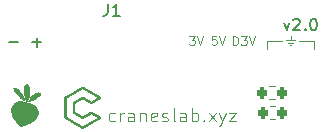
<source format=gbr>
%TF.GenerationSoftware,KiCad,Pcbnew,(6.0.8)*%
%TF.CreationDate,2023-01-11T07:54:23-05:00*%
%TF.ProjectId,Model-U-GCC-V2,4d6f6465-6c2d-4552-9d47-43432d56322e,rev?*%
%TF.SameCoordinates,Original*%
%TF.FileFunction,Legend,Top*%
%TF.FilePolarity,Positive*%
%FSLAX46Y46*%
G04 Gerber Fmt 4.6, Leading zero omitted, Abs format (unit mm)*
G04 Created by KiCad (PCBNEW (6.0.8)) date 2023-01-11 07:54:23*
%MOMM*%
%LPD*%
G01*
G04 APERTURE LIST*
G04 Aperture macros list*
%AMRoundRect*
0 Rectangle with rounded corners*
0 $1 Rounding radius*
0 $2 $3 $4 $5 $6 $7 $8 $9 X,Y pos of 4 corners*
0 Add a 4 corners polygon primitive as box body*
4,1,4,$2,$3,$4,$5,$6,$7,$8,$9,$2,$3,0*
0 Add four circle primitives for the rounded corners*
1,1,$1+$1,$2,$3*
1,1,$1+$1,$4,$5*
1,1,$1+$1,$6,$7*
1,1,$1+$1,$8,$9*
0 Add four rect primitives between the rounded corners*
20,1,$1+$1,$2,$3,$4,$5,0*
20,1,$1+$1,$4,$5,$6,$7,0*
20,1,$1+$1,$6,$7,$8,$9,0*
20,1,$1+$1,$8,$9,$2,$3,0*%
G04 Aperture macros list end*
%ADD10C,0.100000*%
%ADD11C,0.150000*%
%ADD12C,0.125000*%
%ADD13C,0.010000*%
%ADD14C,0.120000*%
%ADD15R,1.350000X1.350000*%
%ADD16O,1.350000X1.350000*%
%ADD17C,0.700000*%
%ADD18R,0.300000X0.900000*%
%ADD19C,0.650000*%
%ADD20O,1.000000X1.600000*%
%ADD21RoundRect,0.200000X0.200000X0.275000X-0.200000X0.275000X-0.200000X-0.275000X0.200000X-0.275000X0*%
%ADD22RoundRect,0.200000X-0.200000X-0.275000X0.200000X-0.275000X0.200000X0.275000X-0.200000X0.275000X0*%
G04 APERTURE END LIST*
D10*
X148690000Y-104390000D02*
X149940000Y-104390000D01*
X145940000Y-104390000D02*
X145940000Y-105040000D01*
X149940000Y-104390000D02*
X149940000Y-105040000D01*
X147190000Y-104390000D02*
X145940000Y-104390000D01*
X143065000Y-104729285D02*
X143065000Y-103979285D01*
X143243571Y-103979285D01*
X143350714Y-104015000D01*
X143422142Y-104086428D01*
X143457857Y-104157857D01*
X143493571Y-104300714D01*
X143493571Y-104407857D01*
X143457857Y-104550714D01*
X143422142Y-104622142D01*
X143350714Y-104693571D01*
X143243571Y-104729285D01*
X143065000Y-104729285D01*
X143743571Y-103979285D02*
X144207857Y-103979285D01*
X143957857Y-104265000D01*
X144065000Y-104265000D01*
X144136428Y-104300714D01*
X144172142Y-104336428D01*
X144207857Y-104407857D01*
X144207857Y-104586428D01*
X144172142Y-104657857D01*
X144136428Y-104693571D01*
X144065000Y-104729285D01*
X143850714Y-104729285D01*
X143779285Y-104693571D01*
X143743571Y-104657857D01*
X144422142Y-103979285D02*
X144672142Y-104729285D01*
X144922142Y-103979285D01*
X147582857Y-104300714D02*
X148297142Y-104300714D01*
X147725714Y-104515000D02*
X148154285Y-104515000D01*
X147940000Y-103979285D02*
X147940000Y-104300714D01*
X148011428Y-104729285D02*
X147868571Y-104729285D01*
X141657142Y-103939285D02*
X141300000Y-103939285D01*
X141264285Y-104296428D01*
X141300000Y-104260714D01*
X141371428Y-104225000D01*
X141550000Y-104225000D01*
X141621428Y-104260714D01*
X141657142Y-104296428D01*
X141692857Y-104367857D01*
X141692857Y-104546428D01*
X141657142Y-104617857D01*
X141621428Y-104653571D01*
X141550000Y-104689285D01*
X141371428Y-104689285D01*
X141300000Y-104653571D01*
X141264285Y-104617857D01*
X141907142Y-103939285D02*
X142157142Y-104689285D01*
X142407142Y-103939285D01*
D11*
X147361428Y-102825714D02*
X147599523Y-103492380D01*
X147837619Y-102825714D01*
X148170952Y-102587619D02*
X148218571Y-102540000D01*
X148313809Y-102492380D01*
X148551904Y-102492380D01*
X148647142Y-102540000D01*
X148694761Y-102587619D01*
X148742380Y-102682857D01*
X148742380Y-102778095D01*
X148694761Y-102920952D01*
X148123333Y-103492380D01*
X148742380Y-103492380D01*
X149170952Y-103397142D02*
X149218571Y-103444761D01*
X149170952Y-103492380D01*
X149123333Y-103444761D01*
X149170952Y-103397142D01*
X149170952Y-103492380D01*
X149837619Y-102492380D02*
X149932857Y-102492380D01*
X150028095Y-102540000D01*
X150075714Y-102587619D01*
X150123333Y-102682857D01*
X150170952Y-102873333D01*
X150170952Y-103111428D01*
X150123333Y-103301904D01*
X150075714Y-103397142D01*
X150028095Y-103444761D01*
X149932857Y-103492380D01*
X149837619Y-103492380D01*
X149742380Y-103444761D01*
X149694761Y-103397142D01*
X149647142Y-103301904D01*
X149599523Y-103111428D01*
X149599523Y-102873333D01*
X149647142Y-102682857D01*
X149694761Y-102587619D01*
X149742380Y-102540000D01*
X149837619Y-102492380D01*
D10*
X139368571Y-103979285D02*
X139832857Y-103979285D01*
X139582857Y-104265000D01*
X139690000Y-104265000D01*
X139761428Y-104300714D01*
X139797142Y-104336428D01*
X139832857Y-104407857D01*
X139832857Y-104586428D01*
X139797142Y-104657857D01*
X139761428Y-104693571D01*
X139690000Y-104729285D01*
X139475714Y-104729285D01*
X139404285Y-104693571D01*
X139368571Y-104657857D01*
X140047142Y-103979285D02*
X140297142Y-104729285D01*
X140547142Y-103979285D01*
D11*
X124830952Y-104471428D02*
X124069047Y-104471428D01*
D12*
X133054761Y-111145238D02*
X132950000Y-111197619D01*
X132740476Y-111197619D01*
X132635714Y-111145238D01*
X132583333Y-111092857D01*
X132530952Y-110988095D01*
X132530952Y-110673809D01*
X132583333Y-110569047D01*
X132635714Y-110516666D01*
X132740476Y-110464285D01*
X132950000Y-110464285D01*
X133054761Y-110516666D01*
X133526190Y-111197619D02*
X133526190Y-110464285D01*
X133526190Y-110673809D02*
X133578571Y-110569047D01*
X133630952Y-110516666D01*
X133735714Y-110464285D01*
X133840476Y-110464285D01*
X134678571Y-111197619D02*
X134678571Y-110621428D01*
X134626190Y-110516666D01*
X134521428Y-110464285D01*
X134311904Y-110464285D01*
X134207142Y-110516666D01*
X134678571Y-111145238D02*
X134573809Y-111197619D01*
X134311904Y-111197619D01*
X134207142Y-111145238D01*
X134154761Y-111040476D01*
X134154761Y-110935714D01*
X134207142Y-110830952D01*
X134311904Y-110778571D01*
X134573809Y-110778571D01*
X134678571Y-110726190D01*
X135202380Y-110464285D02*
X135202380Y-111197619D01*
X135202380Y-110569047D02*
X135254761Y-110516666D01*
X135359523Y-110464285D01*
X135516666Y-110464285D01*
X135621428Y-110516666D01*
X135673809Y-110621428D01*
X135673809Y-111197619D01*
X136616666Y-111145238D02*
X136511904Y-111197619D01*
X136302380Y-111197619D01*
X136197619Y-111145238D01*
X136145238Y-111040476D01*
X136145238Y-110621428D01*
X136197619Y-110516666D01*
X136302380Y-110464285D01*
X136511904Y-110464285D01*
X136616666Y-110516666D01*
X136669047Y-110621428D01*
X136669047Y-110726190D01*
X136145238Y-110830952D01*
X137088095Y-111145238D02*
X137192857Y-111197619D01*
X137402380Y-111197619D01*
X137507142Y-111145238D01*
X137559523Y-111040476D01*
X137559523Y-110988095D01*
X137507142Y-110883333D01*
X137402380Y-110830952D01*
X137245238Y-110830952D01*
X137140476Y-110778571D01*
X137088095Y-110673809D01*
X137088095Y-110621428D01*
X137140476Y-110516666D01*
X137245238Y-110464285D01*
X137402380Y-110464285D01*
X137507142Y-110516666D01*
X138188095Y-111197619D02*
X138083333Y-111145238D01*
X138030952Y-111040476D01*
X138030952Y-110097619D01*
X139078571Y-111197619D02*
X139078571Y-110621428D01*
X139026190Y-110516666D01*
X138921428Y-110464285D01*
X138711904Y-110464285D01*
X138607142Y-110516666D01*
X139078571Y-111145238D02*
X138973809Y-111197619D01*
X138711904Y-111197619D01*
X138607142Y-111145238D01*
X138554761Y-111040476D01*
X138554761Y-110935714D01*
X138607142Y-110830952D01*
X138711904Y-110778571D01*
X138973809Y-110778571D01*
X139078571Y-110726190D01*
X139602380Y-111197619D02*
X139602380Y-110097619D01*
X139602380Y-110516666D02*
X139707142Y-110464285D01*
X139916666Y-110464285D01*
X140021428Y-110516666D01*
X140073809Y-110569047D01*
X140126190Y-110673809D01*
X140126190Y-110988095D01*
X140073809Y-111092857D01*
X140021428Y-111145238D01*
X139916666Y-111197619D01*
X139707142Y-111197619D01*
X139602380Y-111145238D01*
X140597619Y-111092857D02*
X140650000Y-111145238D01*
X140597619Y-111197619D01*
X140545238Y-111145238D01*
X140597619Y-111092857D01*
X140597619Y-111197619D01*
X141016666Y-111197619D02*
X141592857Y-110464285D01*
X141016666Y-110464285D02*
X141592857Y-111197619D01*
X141907142Y-110464285D02*
X142169047Y-111197619D01*
X142430952Y-110464285D02*
X142169047Y-111197619D01*
X142064285Y-111459523D01*
X142011904Y-111511904D01*
X141907142Y-111564285D01*
X142745238Y-110464285D02*
X143321428Y-110464285D01*
X142745238Y-111197619D01*
X143321428Y-111197619D01*
D11*
X126830952Y-104471428D02*
X126069047Y-104471428D01*
X126450000Y-104852380D02*
X126450000Y-104090476D01*
%TO.C,J1*%
X132456666Y-101242380D02*
X132456666Y-101956666D01*
X132409047Y-102099523D01*
X132313809Y-102194761D01*
X132170952Y-102242380D01*
X132075714Y-102242380D01*
X133456666Y-102242380D02*
X132885238Y-102242380D01*
X133170952Y-102242380D02*
X133170952Y-101242380D01*
X133075714Y-101385238D01*
X132980476Y-101480476D01*
X132885238Y-101528095D01*
%TO.C,G\u002A\u002A\u002A*%
G36*
X128802228Y-109118098D02*
G01*
X128811319Y-109110432D01*
X128828489Y-109098434D01*
X128852150Y-109083117D01*
X128880716Y-109065493D01*
X128912602Y-109046573D01*
X128930609Y-109036193D01*
X128963815Y-109017246D01*
X128994868Y-108999520D01*
X129022127Y-108983952D01*
X129043953Y-108971478D01*
X129058705Y-108963036D01*
X129063130Y-108960496D01*
X129079519Y-108951216D01*
X129099648Y-108940021D01*
X129110065Y-108934300D01*
X129130967Y-108922621D01*
X129154636Y-108909012D01*
X129168044Y-108901119D01*
X129182746Y-108892459D01*
X129204829Y-108879587D01*
X129232093Y-108863778D01*
X129262335Y-108846310D01*
X129289522Y-108830661D01*
X129318599Y-108813849D01*
X129344731Y-108798541D01*
X129366261Y-108785726D01*
X129381531Y-108776390D01*
X129388881Y-108771521D01*
X129388913Y-108771494D01*
X129398040Y-108765270D01*
X129413262Y-108756080D01*
X129427565Y-108747980D01*
X129489590Y-108713352D01*
X129558523Y-108673901D01*
X129589098Y-108656140D01*
X129611640Y-108643151D01*
X129631351Y-108632087D01*
X129645875Y-108624252D01*
X129652326Y-108621128D01*
X129661431Y-108616610D01*
X129676804Y-108608009D01*
X129695333Y-108597073D01*
X129697858Y-108595542D01*
X129729811Y-108576349D01*
X129766038Y-108554969D01*
X129802900Y-108533523D01*
X129836759Y-108514131D01*
X129858261Y-108502064D01*
X129880011Y-108489467D01*
X129904514Y-108474477D01*
X129920771Y-108464056D01*
X129936998Y-108453545D01*
X129949240Y-108445964D01*
X129954966Y-108442878D01*
X129955039Y-108442869D01*
X129960526Y-108440276D01*
X129972671Y-108433528D01*
X129986398Y-108425527D01*
X130005987Y-108414018D01*
X130025587Y-108402782D01*
X130047978Y-108390256D01*
X130075939Y-108374878D01*
X130092935Y-108365598D01*
X130110510Y-108355872D01*
X130124444Y-108347897D01*
X130131587Y-108343486D01*
X130139361Y-108338610D01*
X130153052Y-108330676D01*
X130161957Y-108325690D01*
X130177728Y-108316772D01*
X130199437Y-108304243D01*
X130223543Y-108290155D01*
X130236033Y-108282785D01*
X130259673Y-108269156D01*
X130278832Y-108259891D01*
X130295642Y-108255168D01*
X130312236Y-108255161D01*
X130330747Y-108260050D01*
X130353309Y-108270009D01*
X130382054Y-108285216D01*
X130402524Y-108296580D01*
X130431542Y-108312931D01*
X130459656Y-108329035D01*
X130484313Y-108343414D01*
X130502960Y-108354586D01*
X130508553Y-108358072D01*
X130524011Y-108367727D01*
X130535328Y-108374431D01*
X130539713Y-108376609D01*
X130544949Y-108379198D01*
X130557665Y-108386179D01*
X130575806Y-108396375D01*
X130597317Y-108408606D01*
X130620144Y-108421694D01*
X130642231Y-108434460D01*
X130661524Y-108445726D01*
X130675967Y-108454312D01*
X130683506Y-108459041D01*
X130683761Y-108459226D01*
X130691273Y-108463938D01*
X130705228Y-108472011D01*
X130719652Y-108480062D01*
X130751648Y-108497702D01*
X130776123Y-108511356D01*
X130795268Y-108522297D01*
X130811272Y-108531798D01*
X130826326Y-108541133D01*
X130842333Y-108551389D01*
X130859961Y-108562593D01*
X130873793Y-108571004D01*
X130881434Y-108575178D01*
X130882122Y-108575391D01*
X130887921Y-108577996D01*
X130900299Y-108584773D01*
X130914051Y-108592766D01*
X130936449Y-108605813D01*
X130961235Y-108619865D01*
X130973652Y-108626739D01*
X130992391Y-108637265D01*
X131009188Y-108647179D01*
X131017826Y-108652640D01*
X131031225Y-108660673D01*
X131041279Y-108665423D01*
X131050823Y-108670123D01*
X131066060Y-108678896D01*
X131081419Y-108688408D01*
X131097277Y-108698355D01*
X131109065Y-108705383D01*
X131114091Y-108707913D01*
X131119271Y-108710571D01*
X131132647Y-108718034D01*
X131152880Y-108729539D01*
X131178630Y-108744322D01*
X131208557Y-108761616D01*
X131230186Y-108774174D01*
X131262284Y-108792746D01*
X131291236Y-108809308D01*
X131315672Y-108823093D01*
X131334223Y-108833333D01*
X131345519Y-108839259D01*
X131348334Y-108840435D01*
X131355163Y-108843817D01*
X131363274Y-108850353D01*
X131373867Y-108858353D01*
X131390234Y-108868820D01*
X131404348Y-108876979D01*
X131425117Y-108888513D01*
X131445892Y-108900217D01*
X131456804Y-108906461D01*
X131474761Y-108916662D01*
X131496211Y-108928595D01*
X131507779Y-108934930D01*
X131527757Y-108946118D01*
X131551737Y-108960017D01*
X131573224Y-108972834D01*
X131590708Y-108983334D01*
X131604115Y-108991155D01*
X131611044Y-108994904D01*
X131611462Y-108995043D01*
X131618428Y-108997843D01*
X131632872Y-109005504D01*
X131652977Y-109016922D01*
X131676926Y-109030992D01*
X131702905Y-109046609D01*
X131729096Y-109062667D01*
X131753685Y-109078063D01*
X131774855Y-109091691D01*
X131790791Y-109102447D01*
X131799675Y-109109224D01*
X131800505Y-109110074D01*
X131809755Y-109126344D01*
X131812898Y-109147778D01*
X131812929Y-109150609D01*
X131811205Y-109168545D01*
X131805071Y-109183892D01*
X131793143Y-109198195D01*
X131774039Y-109213000D01*
X131746377Y-109229851D01*
X131737686Y-109234717D01*
X131713768Y-109248250D01*
X131690706Y-109261814D01*
X131672065Y-109273295D01*
X131665636Y-109277511D01*
X131651851Y-109286510D01*
X131642069Y-109292192D01*
X131639469Y-109293217D01*
X131634303Y-109295979D01*
X131620512Y-109303931D01*
X131598934Y-109316576D01*
X131570411Y-109333415D01*
X131535780Y-109353952D01*
X131495883Y-109377688D01*
X131451558Y-109404126D01*
X131403647Y-109432766D01*
X131358855Y-109459594D01*
X131307939Y-109490067D01*
X131259440Y-109518992D01*
X131214257Y-109545841D01*
X131173289Y-109570085D01*
X131137435Y-109591193D01*
X131107595Y-109608636D01*
X131084666Y-109621886D01*
X131069549Y-109630411D01*
X131063558Y-109633529D01*
X131045153Y-109639395D01*
X131027517Y-109639885D01*
X131007875Y-109634495D01*
X130983450Y-109622724D01*
X130973652Y-109617230D01*
X130953313Y-109605560D01*
X130935548Y-109595380D01*
X130923381Y-109588421D01*
X130921196Y-109587176D01*
X130881750Y-109564722D01*
X130850543Y-109546878D01*
X130826189Y-109532835D01*
X130807304Y-109521785D01*
X130792505Y-109512919D01*
X130780406Y-109505428D01*
X130771173Y-109499513D01*
X130755674Y-109489762D01*
X130744038Y-109483041D01*
X130739305Y-109480956D01*
X130733049Y-109478202D01*
X130721182Y-109471262D01*
X130715393Y-109467586D01*
X130703656Y-109460394D01*
X130684386Y-109449069D01*
X130659704Y-109434837D01*
X130631731Y-109418924D01*
X130611978Y-109407807D01*
X130583129Y-109391614D01*
X130556246Y-109376472D01*
X130533409Y-109363558D01*
X130516698Y-109354045D01*
X130509826Y-109350080D01*
X130478993Y-109332100D01*
X130448398Y-109314397D01*
X130419553Y-109297833D01*
X130393969Y-109283266D01*
X130373158Y-109271557D01*
X130358630Y-109263565D01*
X130351897Y-109260151D01*
X130351651Y-109260087D01*
X130345957Y-109257261D01*
X130334568Y-109250137D01*
X130328795Y-109246282D01*
X130315086Y-109237843D01*
X130304661Y-109232962D01*
X130302341Y-109232478D01*
X130295751Y-109235130D01*
X130281335Y-109242478D01*
X130260778Y-109253613D01*
X130235768Y-109267626D01*
X130213894Y-109280176D01*
X130184158Y-109297352D01*
X130155289Y-109313924D01*
X130129683Y-109328526D01*
X130109734Y-109339790D01*
X130101217Y-109344518D01*
X130082268Y-109355258D01*
X130065073Y-109365593D01*
X130056191Y-109371364D01*
X130045097Y-109378423D01*
X130038294Y-109381556D01*
X130038136Y-109381565D01*
X130031877Y-109384277D01*
X130019695Y-109391192D01*
X130011489Y-109396241D01*
X129993670Y-109406943D01*
X129971559Y-109419488D01*
X129955001Y-109428463D01*
X129928216Y-109442793D01*
X129904241Y-109456134D01*
X129879209Y-109470696D01*
X129849251Y-109488686D01*
X129844627Y-109491493D01*
X129826924Y-109502100D01*
X129813216Y-109510036D01*
X129805911Y-109513914D01*
X129805370Y-109514087D01*
X129799714Y-109516922D01*
X129784887Y-109525322D01*
X129761162Y-109539127D01*
X129728811Y-109558178D01*
X129688108Y-109582315D01*
X129660859Y-109598535D01*
X129631870Y-109615811D01*
X129631870Y-110391099D01*
X129655337Y-110404544D01*
X129668805Y-110412297D01*
X129689287Y-110424131D01*
X129714248Y-110438582D01*
X129741155Y-110454182D01*
X129747826Y-110458054D01*
X129776306Y-110474490D01*
X129804932Y-110490844D01*
X129830639Y-110505377D01*
X129850365Y-110516348D01*
X129852739Y-110517645D01*
X129871548Y-110528197D01*
X129887234Y-110537572D01*
X129896586Y-110543845D01*
X129896913Y-110544112D01*
X129907084Y-110551333D01*
X129921561Y-110560254D01*
X129924522Y-110561949D01*
X129937446Y-110569301D01*
X129956925Y-110580460D01*
X129979953Y-110593703D01*
X129996304Y-110603133D01*
X130021063Y-110617376D01*
X130045354Y-110631261D01*
X130065722Y-110642816D01*
X130074989Y-110648015D01*
X130090804Y-110656845D01*
X130106757Y-110665830D01*
X130124568Y-110675954D01*
X130145955Y-110688198D01*
X130172638Y-110703545D01*
X130206336Y-110722979D01*
X130225379Y-110733972D01*
X130251819Y-110749048D01*
X130275071Y-110761943D01*
X130293394Y-110771721D01*
X130305047Y-110777446D01*
X130308205Y-110778551D01*
X130315437Y-110775853D01*
X130329105Y-110768779D01*
X130346302Y-110758840D01*
X130346935Y-110758457D01*
X130361993Y-110749488D01*
X130384039Y-110736568D01*
X130411635Y-110720522D01*
X130443340Y-110702176D01*
X130477718Y-110682354D01*
X130513328Y-110661883D01*
X130548733Y-110641587D01*
X130582493Y-110622292D01*
X130613170Y-110604823D01*
X130639325Y-110590006D01*
X130659520Y-110578666D01*
X130672315Y-110571628D01*
X130675478Y-110569984D01*
X130686982Y-110563728D01*
X130704152Y-110553617D01*
X130723377Y-110541780D01*
X130724348Y-110541168D01*
X130741383Y-110530559D01*
X130754377Y-110522727D01*
X130760904Y-110519129D01*
X130761196Y-110519043D01*
X130766253Y-110516374D01*
X130779509Y-110508875D01*
X130799639Y-110497310D01*
X130825319Y-110482441D01*
X130855226Y-110465032D01*
X130877979Y-110451736D01*
X130911394Y-110432385D01*
X130942810Y-110414577D01*
X130970598Y-110399206D01*
X130993132Y-110387163D01*
X131008784Y-110379340D01*
X131014206Y-110377040D01*
X131043741Y-110372363D01*
X131073650Y-110378657D01*
X131097891Y-110391722D01*
X131115580Y-110403108D01*
X131137140Y-110415966D01*
X131150348Y-110423378D01*
X131165167Y-110431612D01*
X131187277Y-110444132D01*
X131214434Y-110459657D01*
X131244391Y-110476903D01*
X131269065Y-110491195D01*
X131301925Y-110510282D01*
X131335943Y-110530038D01*
X131368192Y-110548764D01*
X131395743Y-110564759D01*
X131409870Y-110572959D01*
X131438714Y-110589854D01*
X131470978Y-110608995D01*
X131501279Y-110627180D01*
X131512022Y-110633700D01*
X131535935Y-110648151D01*
X131559322Y-110662065D01*
X131578718Y-110673390D01*
X131586565Y-110677847D01*
X131601912Y-110686578D01*
X131613486Y-110693483D01*
X131616935Y-110695739D01*
X131624718Y-110700599D01*
X131638425Y-110708495D01*
X131647304Y-110713436D01*
X131683742Y-110733525D01*
X131712017Y-110749312D01*
X131733691Y-110761725D01*
X131750327Y-110771693D01*
X131763488Y-110780145D01*
X131774737Y-110788010D01*
X131782375Y-110793712D01*
X131803391Y-110813734D01*
X131813960Y-110834531D01*
X131814650Y-110857650D01*
X131811092Y-110871717D01*
X131806831Y-110881134D01*
X131799654Y-110889915D01*
X131787742Y-110899595D01*
X131769276Y-110911706D01*
X131749457Y-110923646D01*
X131722146Y-110939847D01*
X131693306Y-110957046D01*
X131667149Y-110972726D01*
X131654058Y-110980623D01*
X131635546Y-110991667D01*
X131620896Y-111000093D01*
X131612449Y-111004569D01*
X131611362Y-111004956D01*
X131605788Y-111007635D01*
X131593313Y-111014727D01*
X131576417Y-111024813D01*
X131572761Y-111027043D01*
X131555176Y-111037569D01*
X131541402Y-111045370D01*
X131533974Y-111049023D01*
X131533483Y-111049130D01*
X131527183Y-111051977D01*
X131516284Y-111058875D01*
X131515635Y-111059324D01*
X131503440Y-111067063D01*
X131485318Y-111077714D01*
X131465105Y-111089026D01*
X131464297Y-111089466D01*
X131443478Y-111100964D01*
X131417157Y-111115753D01*
X131389369Y-111131557D01*
X131373188Y-111140858D01*
X131349504Y-111154526D01*
X131327726Y-111167067D01*
X131310600Y-111176900D01*
X131302196Y-111181698D01*
X131291774Y-111187698D01*
X131273908Y-111198078D01*
X131250676Y-111211625D01*
X131224156Y-111227130D01*
X131208895Y-111236068D01*
X131182939Y-111251229D01*
X131160547Y-111264210D01*
X131143347Y-111274073D01*
X131132968Y-111279883D01*
X131130648Y-111281043D01*
X131125621Y-111283757D01*
X131113354Y-111291048D01*
X131095976Y-111301640D01*
X131084621Y-111308652D01*
X131065120Y-111320578D01*
X131049336Y-111329913D01*
X131039469Y-111335374D01*
X131037346Y-111336261D01*
X131031650Y-111338943D01*
X131019078Y-111346041D01*
X131002127Y-111356136D01*
X130998500Y-111358348D01*
X130981087Y-111368850D01*
X130967678Y-111376645D01*
X130960719Y-111380319D01*
X130960315Y-111380435D01*
X130954940Y-111383095D01*
X130942602Y-111390141D01*
X130925743Y-111400170D01*
X130921860Y-111402522D01*
X130904186Y-111413022D01*
X130890323Y-111420817D01*
X130882804Y-111424492D01*
X130882282Y-111424609D01*
X130876464Y-111427254D01*
X130863355Y-111434386D01*
X130845127Y-111444800D01*
X130831106Y-111453027D01*
X130807834Y-111466729D01*
X130778497Y-111483869D01*
X130746613Y-111502398D01*
X130715701Y-111520267D01*
X130711370Y-111522762D01*
X130680781Y-111540485D01*
X130648591Y-111559334D01*
X130618364Y-111577209D01*
X130593666Y-111592012D01*
X130590828Y-111593734D01*
X130570396Y-111606039D01*
X130553720Y-111615851D01*
X130542878Y-111621962D01*
X130539849Y-111623391D01*
X130534422Y-111626067D01*
X130522066Y-111633150D01*
X130505234Y-111643226D01*
X130501544Y-111645478D01*
X130484057Y-111655990D01*
X130470493Y-111663788D01*
X130463333Y-111667453D01*
X130462891Y-111667565D01*
X130457292Y-111670245D01*
X130444797Y-111677338D01*
X130427889Y-111687426D01*
X130424239Y-111689652D01*
X130406795Y-111700159D01*
X130393321Y-111707955D01*
X130386277Y-111711625D01*
X130385857Y-111711739D01*
X130380260Y-111714354D01*
X130368215Y-111721105D01*
X130356965Y-111727755D01*
X130333012Y-111740615D01*
X130313862Y-111746580D01*
X130296257Y-111746305D01*
X130282800Y-111742642D01*
X130264038Y-111734323D01*
X130246427Y-111723952D01*
X130246056Y-111723689D01*
X130234432Y-111715906D01*
X130227075Y-111711889D01*
X130226413Y-111711739D01*
X130221061Y-111709068D01*
X130207182Y-111701444D01*
X130185805Y-111689455D01*
X130157959Y-111673686D01*
X130124671Y-111654723D01*
X130086970Y-111633152D01*
X130045884Y-111609558D01*
X130002442Y-111584529D01*
X129957672Y-111558649D01*
X129952130Y-111555440D01*
X129935090Y-111545708D01*
X129915127Y-111534496D01*
X129907957Y-111530516D01*
X129890654Y-111520489D01*
X129868764Y-111507165D01*
X129846898Y-111493355D01*
X129846015Y-111492785D01*
X129828386Y-111481581D01*
X129814555Y-111473170D01*
X129806914Y-111468996D01*
X129806225Y-111468782D01*
X129800427Y-111466177D01*
X129788049Y-111459400D01*
X129774297Y-111451407D01*
X129751899Y-111438361D01*
X129727113Y-111424309D01*
X129714696Y-111417434D01*
X129695739Y-111406717D01*
X129678541Y-111396395D01*
X129669669Y-111390635D01*
X129658805Y-111383596D01*
X129652461Y-111380446D01*
X129652313Y-111380435D01*
X129646654Y-111377732D01*
X129632665Y-111370073D01*
X129611519Y-111358132D01*
X129584387Y-111342581D01*
X129552440Y-111324095D01*
X129516850Y-111303346D01*
X129478789Y-111281010D01*
X129456270Y-111267726D01*
X129408311Y-111239521D01*
X129365453Y-111214599D01*
X129329183Y-111193818D01*
X129303326Y-111179323D01*
X129293391Y-111173724D01*
X129275474Y-111163505D01*
X129251151Y-111149577D01*
X129222003Y-111132845D01*
X129189606Y-111114220D01*
X129155540Y-111094607D01*
X129121383Y-111074916D01*
X129088712Y-111056054D01*
X129059107Y-111038929D01*
X129038283Y-111026854D01*
X128987051Y-110997075D01*
X128944504Y-110972273D01*
X128909758Y-110951906D01*
X128881931Y-110935432D01*
X128860140Y-110922311D01*
X128843504Y-110912000D01*
X128831139Y-110903957D01*
X128822164Y-110897642D01*
X128815696Y-110892513D01*
X128810853Y-110888028D01*
X128809060Y-110886173D01*
X128804396Y-110880849D01*
X128800867Y-110875089D01*
X128798251Y-110867282D01*
X128796328Y-110855818D01*
X128794875Y-110839085D01*
X128793671Y-110815472D01*
X128792494Y-110783367D01*
X128791736Y-110760184D01*
X128791295Y-110741051D01*
X128790862Y-110711636D01*
X128790440Y-110672701D01*
X128790033Y-110625007D01*
X128789644Y-110569315D01*
X128789277Y-110506387D01*
X128788935Y-110436985D01*
X128788622Y-110361871D01*
X128788342Y-110281804D01*
X128788099Y-110197548D01*
X128787896Y-110109864D01*
X128787736Y-110019512D01*
X128787624Y-109927255D01*
X128787594Y-109892117D01*
X128787081Y-109186233D01*
X128900239Y-109186233D01*
X128900341Y-109253529D01*
X128900363Y-109267228D01*
X128900403Y-109291257D01*
X128900459Y-109324902D01*
X128900530Y-109367448D01*
X128900616Y-109418183D01*
X128900714Y-109476393D01*
X128900824Y-109541363D01*
X128900945Y-109612380D01*
X128901074Y-109688730D01*
X128901212Y-109769700D01*
X128901357Y-109854575D01*
X128901507Y-109942642D01*
X128901661Y-110033188D01*
X128901722Y-110068494D01*
X128903000Y-110816163D01*
X128934750Y-110834430D01*
X128949216Y-110842744D01*
X128960684Y-110849283D01*
X128971683Y-110855455D01*
X128984743Y-110862665D01*
X129002392Y-110872320D01*
X129027160Y-110885827D01*
X129027729Y-110886136D01*
X129046759Y-110896717D01*
X129062416Y-110905800D01*
X129071790Y-110911689D01*
X129072616Y-110912303D01*
X129080668Y-110917861D01*
X129094154Y-110926409D01*
X129110147Y-110936185D01*
X129125720Y-110945425D01*
X129137946Y-110952369D01*
X129143900Y-110955255D01*
X129143974Y-110955261D01*
X129149496Y-110957962D01*
X129161164Y-110964858D01*
X129169534Y-110970077D01*
X129190842Y-110983179D01*
X129219360Y-110999991D01*
X129256099Y-111021103D01*
X129278478Y-111033803D01*
X129294063Y-111042752D01*
X129313971Y-111054359D01*
X129328174Y-111062728D01*
X129345712Y-111072910D01*
X129369501Y-111086437D01*
X129396099Y-111101364D01*
X129416522Y-111112693D01*
X129444963Y-111128642D01*
X129478463Y-111147837D01*
X129512664Y-111167762D01*
X129540761Y-111184430D01*
X129567358Y-111200321D01*
X129592882Y-111215444D01*
X129614685Y-111228239D01*
X129630120Y-111237144D01*
X129631870Y-111238131D01*
X129642922Y-111244395D01*
X129662111Y-111255345D01*
X129687999Y-111270156D01*
X129719152Y-111288007D01*
X129754132Y-111308074D01*
X129791503Y-111329536D01*
X129803044Y-111336168D01*
X129840513Y-111357684D01*
X129875721Y-111377866D01*
X129907298Y-111395930D01*
X129933871Y-111411093D01*
X129954069Y-111422571D01*
X129966521Y-111429582D01*
X129968696Y-111430781D01*
X129983303Y-111439133D01*
X130002933Y-111450879D01*
X130023087Y-111463320D01*
X130040186Y-111473896D01*
X130053298Y-111481697D01*
X130059964Y-111485267D01*
X130060276Y-111485348D01*
X130065713Y-111488016D01*
X130077744Y-111494964D01*
X130091471Y-111503281D01*
X130115009Y-111517545D01*
X130142339Y-111533693D01*
X130171841Y-111550816D01*
X130201895Y-111568001D01*
X130230881Y-111584336D01*
X130257179Y-111598911D01*
X130279170Y-111610813D01*
X130295232Y-111619132D01*
X130303746Y-111622955D01*
X130304434Y-111623102D01*
X130311873Y-111620564D01*
X130326535Y-111613461D01*
X130346187Y-111602932D01*
X130365173Y-111592124D01*
X130393513Y-111575568D01*
X130424654Y-111557366D01*
X130453649Y-111540409D01*
X130465652Y-111533386D01*
X130487928Y-111520371D01*
X130508448Y-111508424D01*
X130524106Y-111499350D01*
X130529152Y-111496450D01*
X130538319Y-111491180D01*
X130555579Y-111481229D01*
X130579465Y-111467442D01*
X130608511Y-111450667D01*
X130641249Y-111431750D01*
X130672717Y-111413560D01*
X130708088Y-111393134D01*
X130741608Y-111373821D01*
X130771690Y-111356531D01*
X130796750Y-111342175D01*
X130815201Y-111331663D01*
X130824565Y-111326396D01*
X130868547Y-111301766D01*
X130909862Y-111278030D01*
X130945618Y-111256861D01*
X130959848Y-111248170D01*
X130980393Y-111235725D01*
X131005986Y-111220606D01*
X131032030Y-111205521D01*
X131039597Y-111201205D01*
X131060122Y-111189552D01*
X131077146Y-111179871D01*
X131092556Y-111171079D01*
X131108238Y-111162091D01*
X131126079Y-111151824D01*
X131147967Y-111139195D01*
X131175787Y-111123120D01*
X131208326Y-111104309D01*
X131238934Y-111086650D01*
X131268548Y-111069631D01*
X131294917Y-111054542D01*
X131315790Y-111042671D01*
X131327044Y-111036344D01*
X131342398Y-111027678D01*
X131364836Y-111014847D01*
X131391904Y-110999260D01*
X131421153Y-110982328D01*
X131437478Y-110972838D01*
X131471098Y-110953265D01*
X131507931Y-110931829D01*
X131544111Y-110910777D01*
X131575772Y-110892361D01*
X131583804Y-110887691D01*
X131607854Y-110873680D01*
X131628196Y-110861778D01*
X131643067Y-110853019D01*
X131650708Y-110848438D01*
X131651337Y-110848024D01*
X131647156Y-110845075D01*
X131634741Y-110837461D01*
X131615454Y-110825990D01*
X131590655Y-110811466D01*
X131561704Y-110794697D01*
X131549185Y-110787494D01*
X131516904Y-110768906D01*
X131486302Y-110751187D01*
X131459238Y-110735423D01*
X131437573Y-110722698D01*
X131423168Y-110714098D01*
X131420913Y-110712715D01*
X131401724Y-110701014D01*
X131376550Y-110685923D01*
X131347864Y-110668898D01*
X131318136Y-110651391D01*
X131289838Y-110634858D01*
X131265443Y-110620752D01*
X131247421Y-110610528D01*
X131244217Y-110608757D01*
X131224887Y-110597816D01*
X131205843Y-110586496D01*
X131200044Y-110582890D01*
X131177223Y-110568673D01*
X131154728Y-110555103D01*
X131134646Y-110543391D01*
X131119067Y-110534747D01*
X131110079Y-110530382D01*
X131108935Y-110530087D01*
X131102623Y-110527384D01*
X131089749Y-110520292D01*
X131073080Y-110510336D01*
X131072787Y-110510156D01*
X131040495Y-110490224D01*
X130961519Y-110535668D01*
X130933371Y-110551859D01*
X130907130Y-110566944D01*
X130884931Y-110579697D01*
X130868909Y-110588890D01*
X130863217Y-110592147D01*
X130850081Y-110599708D01*
X130830555Y-110611018D01*
X130807782Y-110624256D01*
X130794196Y-110632173D01*
X130770128Y-110646130D01*
X130746616Y-110659622D01*
X130727191Y-110670628D01*
X130719652Y-110674823D01*
X130698729Y-110686479D01*
X130673294Y-110700884D01*
X130645277Y-110716919D01*
X130616606Y-110733466D01*
X130589209Y-110749405D01*
X130565016Y-110763618D01*
X130545955Y-110774986D01*
X130533954Y-110782389D01*
X130531913Y-110783743D01*
X130518710Y-110792242D01*
X130501244Y-110802690D01*
X130493261Y-110807248D01*
X130474056Y-110818044D01*
X130455092Y-110828748D01*
X130449087Y-110832151D01*
X130408881Y-110855086D01*
X130376772Y-110873077D01*
X130351045Y-110886255D01*
X130329990Y-110894750D01*
X130311893Y-110898693D01*
X130295042Y-110898215D01*
X130277724Y-110893447D01*
X130258227Y-110884519D01*
X130234839Y-110871562D01*
X130205847Y-110854708D01*
X130199763Y-110851191D01*
X130169918Y-110833890D01*
X130141296Y-110817124D01*
X130116153Y-110802229D01*
X130096745Y-110790537D01*
X130087712Y-110784930D01*
X130072381Y-110775561D01*
X130060826Y-110769241D01*
X130056398Y-110767522D01*
X130050229Y-110764897D01*
X130036775Y-110757815D01*
X130018239Y-110747468D01*
X130003642Y-110739047D01*
X129971096Y-110720115D01*
X129935709Y-110699662D01*
X129900145Y-110679216D01*
X129867068Y-110660306D01*
X129839142Y-110644461D01*
X129825130Y-110636594D01*
X129810296Y-110628134D01*
X129788999Y-110615749D01*
X129764247Y-110601197D01*
X129742304Y-110588178D01*
X129715142Y-110572027D01*
X129682321Y-110552570D01*
X129647707Y-110532098D01*
X129615163Y-110512896D01*
X129610665Y-110510247D01*
X129574951Y-110488413D01*
X129549301Y-110470899D01*
X129533745Y-110457726D01*
X129529220Y-110451820D01*
X129527759Y-110447519D01*
X129526486Y-110440180D01*
X129525389Y-110429109D01*
X129524456Y-110413610D01*
X129523675Y-110392989D01*
X129523033Y-110366551D01*
X129522519Y-110333599D01*
X129522121Y-110293440D01*
X129521826Y-110245379D01*
X129521622Y-110188719D01*
X129521498Y-110122767D01*
X129521442Y-110046826D01*
X129521435Y-110003295D01*
X129521484Y-109916837D01*
X129521636Y-109840948D01*
X129521897Y-109775151D01*
X129522275Y-109718971D01*
X129522776Y-109671933D01*
X129523407Y-109633561D01*
X129524175Y-109603381D01*
X129525086Y-109580916D01*
X129526148Y-109565693D01*
X129527367Y-109557234D01*
X129527849Y-109555745D01*
X129534149Y-109548467D01*
X129547072Y-109537293D01*
X129564112Y-109524037D01*
X129582765Y-109510514D01*
X129600525Y-109498537D01*
X129614886Y-109489922D01*
X129623344Y-109486482D01*
X129623503Y-109486478D01*
X129628809Y-109483831D01*
X129641962Y-109476520D01*
X129661297Y-109465492D01*
X129685150Y-109451692D01*
X129701231Y-109442304D01*
X129727002Y-109427282D01*
X129749248Y-109414450D01*
X129766312Y-109404756D01*
X129776535Y-109399145D01*
X129778705Y-109398130D01*
X129784061Y-109395460D01*
X129796314Y-109388407D01*
X129812974Y-109378411D01*
X129815650Y-109376777D01*
X129843066Y-109360339D01*
X129875444Y-109341453D01*
X129909254Y-109322134D01*
X129940967Y-109304398D01*
X129967055Y-109290258D01*
X129968696Y-109289394D01*
X129984849Y-109280744D01*
X129997814Y-109273517D01*
X130001826Y-109271132D01*
X130019844Y-109260078D01*
X130044570Y-109245297D01*
X130074132Y-109227869D01*
X130106660Y-109208876D01*
X130140283Y-109189400D01*
X130173129Y-109170520D01*
X130203328Y-109153319D01*
X130229008Y-109138877D01*
X130248299Y-109128276D01*
X130256628Y-109123905D01*
X130286222Y-109113086D01*
X130312995Y-109112271D01*
X130331490Y-109117843D01*
X130341243Y-109122778D01*
X130358658Y-109132192D01*
X130381835Y-109145037D01*
X130408877Y-109160262D01*
X130432522Y-109173739D01*
X130462236Y-109190754D01*
X130490484Y-109206902D01*
X130515104Y-109220949D01*
X130533931Y-109231661D01*
X130542957Y-109236766D01*
X130562214Y-109248049D01*
X130581173Y-109259845D01*
X130587032Y-109263697D01*
X130599911Y-109271764D01*
X130608904Y-109276294D01*
X130610402Y-109276652D01*
X130616788Y-109279350D01*
X130629914Y-109286488D01*
X130647169Y-109296632D01*
X130650630Y-109298739D01*
X130668082Y-109309247D01*
X130681573Y-109317043D01*
X130688637Y-109320712D01*
X130689061Y-109320826D01*
X130694368Y-109323463D01*
X130707606Y-109330773D01*
X130727176Y-109341851D01*
X130751478Y-109355793D01*
X130773171Y-109368354D01*
X130803395Y-109385849D01*
X130833322Y-109403041D01*
X130860367Y-109418454D01*
X130881944Y-109430612D01*
X130890826Y-109435531D01*
X130911146Y-109446948D01*
X130936954Y-109461867D01*
X130964330Y-109478007D01*
X130980864Y-109487924D01*
X131035011Y-109520670D01*
X131176886Y-109435774D01*
X131218923Y-109410640D01*
X131267737Y-109381485D01*
X131320612Y-109349931D01*
X131374832Y-109317598D01*
X131427679Y-109286107D01*
X131476437Y-109257078D01*
X131485568Y-109251646D01*
X131531042Y-109224697D01*
X131567762Y-109202913D01*
X131596314Y-109185566D01*
X131617283Y-109171929D01*
X131631255Y-109161273D01*
X131638817Y-109152871D01*
X131640555Y-109145997D01*
X131637054Y-109139921D01*
X131628901Y-109133918D01*
X131616682Y-109127259D01*
X131600981Y-109119218D01*
X131594849Y-109115983D01*
X131573571Y-109104236D01*
X131552531Y-109092052D01*
X131539630Y-109084167D01*
X131522076Y-109073301D01*
X131505177Y-109063334D01*
X131500978Y-109060977D01*
X131486453Y-109052994D01*
X131467627Y-109042655D01*
X131456804Y-109036715D01*
X131407341Y-109009207D01*
X131352308Y-108977981D01*
X131295482Y-108945207D01*
X131240636Y-108913056D01*
X131209828Y-108894714D01*
X131183023Y-108878743D01*
X131159583Y-108864968D01*
X131141110Y-108854314D01*
X131129205Y-108847706D01*
X131125486Y-108845956D01*
X131119639Y-108843272D01*
X131107020Y-108836194D01*
X131090221Y-108826182D01*
X131088093Y-108824880D01*
X131052830Y-108803477D01*
X131020996Y-108784573D01*
X130994388Y-108769219D01*
X130974802Y-108758462D01*
X130970891Y-108756453D01*
X130960303Y-108750784D01*
X130941848Y-108740539D01*
X130917213Y-108726682D01*
X130888084Y-108710177D01*
X130856146Y-108691989D01*
X130823087Y-108673083D01*
X130790592Y-108654425D01*
X130760347Y-108636978D01*
X130734038Y-108621708D01*
X130713351Y-108609579D01*
X130699973Y-108601556D01*
X130697565Y-108600049D01*
X130684588Y-108592053D01*
X130664379Y-108579973D01*
X130639304Y-108565193D01*
X130611724Y-108549098D01*
X130584004Y-108533072D01*
X130558507Y-108518499D01*
X130554000Y-108515948D01*
X130531412Y-108503079D01*
X130507005Y-108489004D01*
X130482837Y-108474931D01*
X130460968Y-108462067D01*
X130443456Y-108451621D01*
X130432359Y-108444801D01*
X130429761Y-108443051D01*
X130422590Y-108438586D01*
X130408315Y-108430462D01*
X130389599Y-108420183D01*
X130382826Y-108416535D01*
X130361215Y-108404866D01*
X130341189Y-108393910D01*
X130326416Y-108385676D01*
X130324180Y-108384399D01*
X130306947Y-108374464D01*
X130210984Y-108428775D01*
X130150273Y-108463320D01*
X130097356Y-108493847D01*
X130050267Y-108521507D01*
X130007039Y-108547448D01*
X129986777Y-108559816D01*
X129969719Y-108570078D01*
X129956602Y-108577582D01*
X129949985Y-108580871D01*
X129949748Y-108580913D01*
X129943970Y-108583513D01*
X129931605Y-108590277D01*
X129917863Y-108598249D01*
X129906549Y-108604955D01*
X129896690Y-108610776D01*
X129886652Y-108616662D01*
X129874801Y-108623562D01*
X129859504Y-108632425D01*
X129839126Y-108644200D01*
X129812036Y-108659837D01*
X129786478Y-108674583D01*
X129761430Y-108689106D01*
X129739644Y-108701873D01*
X129722993Y-108711775D01*
X129713352Y-108717703D01*
X129711935Y-108718669D01*
X129704836Y-108723054D01*
X129690526Y-108731173D01*
X129671552Y-108741592D01*
X129662239Y-108746613D01*
X129640511Y-108758523D01*
X129620883Y-108769741D01*
X129606610Y-108778392D01*
X129603408Y-108780517D01*
X129592323Y-108787588D01*
X129585529Y-108790729D01*
X129585369Y-108790739D01*
X129579397Y-108793399D01*
X129566422Y-108800487D01*
X129548862Y-108810664D01*
X129542047Y-108814728D01*
X129518184Y-108828930D01*
X129486314Y-108847705D01*
X129448013Y-108870136D01*
X129404858Y-108895310D01*
X129358428Y-108922312D01*
X129310298Y-108950229D01*
X129262047Y-108978145D01*
X129215251Y-109005147D01*
X129171487Y-109030320D01*
X129132332Y-109052750D01*
X129099364Y-109071523D01*
X129087978Y-109077964D01*
X129073631Y-109086130D01*
X129052098Y-109098476D01*
X129025747Y-109113641D01*
X128996945Y-109130262D01*
X128980304Y-109139887D01*
X128900239Y-109186233D01*
X128787081Y-109186233D01*
X128787044Y-109135430D01*
X128802228Y-109118098D01*
G37*
D13*
X128802228Y-109118098D02*
X128811319Y-109110432D01*
X128828489Y-109098434D01*
X128852150Y-109083117D01*
X128880716Y-109065493D01*
X128912602Y-109046573D01*
X128930609Y-109036193D01*
X128963815Y-109017246D01*
X128994868Y-108999520D01*
X129022127Y-108983952D01*
X129043953Y-108971478D01*
X129058705Y-108963036D01*
X129063130Y-108960496D01*
X129079519Y-108951216D01*
X129099648Y-108940021D01*
X129110065Y-108934300D01*
X129130967Y-108922621D01*
X129154636Y-108909012D01*
X129168044Y-108901119D01*
X129182746Y-108892459D01*
X129204829Y-108879587D01*
X129232093Y-108863778D01*
X129262335Y-108846310D01*
X129289522Y-108830661D01*
X129318599Y-108813849D01*
X129344731Y-108798541D01*
X129366261Y-108785726D01*
X129381531Y-108776390D01*
X129388881Y-108771521D01*
X129388913Y-108771494D01*
X129398040Y-108765270D01*
X129413262Y-108756080D01*
X129427565Y-108747980D01*
X129489590Y-108713352D01*
X129558523Y-108673901D01*
X129589098Y-108656140D01*
X129611640Y-108643151D01*
X129631351Y-108632087D01*
X129645875Y-108624252D01*
X129652326Y-108621128D01*
X129661431Y-108616610D01*
X129676804Y-108608009D01*
X129695333Y-108597073D01*
X129697858Y-108595542D01*
X129729811Y-108576349D01*
X129766038Y-108554969D01*
X129802900Y-108533523D01*
X129836759Y-108514131D01*
X129858261Y-108502064D01*
X129880011Y-108489467D01*
X129904514Y-108474477D01*
X129920771Y-108464056D01*
X129936998Y-108453545D01*
X129949240Y-108445964D01*
X129954966Y-108442878D01*
X129955039Y-108442869D01*
X129960526Y-108440276D01*
X129972671Y-108433528D01*
X129986398Y-108425527D01*
X130005987Y-108414018D01*
X130025587Y-108402782D01*
X130047978Y-108390256D01*
X130075939Y-108374878D01*
X130092935Y-108365598D01*
X130110510Y-108355872D01*
X130124444Y-108347897D01*
X130131587Y-108343486D01*
X130139361Y-108338610D01*
X130153052Y-108330676D01*
X130161957Y-108325690D01*
X130177728Y-108316772D01*
X130199437Y-108304243D01*
X130223543Y-108290155D01*
X130236033Y-108282785D01*
X130259673Y-108269156D01*
X130278832Y-108259891D01*
X130295642Y-108255168D01*
X130312236Y-108255161D01*
X130330747Y-108260050D01*
X130353309Y-108270009D01*
X130382054Y-108285216D01*
X130402524Y-108296580D01*
X130431542Y-108312931D01*
X130459656Y-108329035D01*
X130484313Y-108343414D01*
X130502960Y-108354586D01*
X130508553Y-108358072D01*
X130524011Y-108367727D01*
X130535328Y-108374431D01*
X130539713Y-108376609D01*
X130544949Y-108379198D01*
X130557665Y-108386179D01*
X130575806Y-108396375D01*
X130597317Y-108408606D01*
X130620144Y-108421694D01*
X130642231Y-108434460D01*
X130661524Y-108445726D01*
X130675967Y-108454312D01*
X130683506Y-108459041D01*
X130683761Y-108459226D01*
X130691273Y-108463938D01*
X130705228Y-108472011D01*
X130719652Y-108480062D01*
X130751648Y-108497702D01*
X130776123Y-108511356D01*
X130795268Y-108522297D01*
X130811272Y-108531798D01*
X130826326Y-108541133D01*
X130842333Y-108551389D01*
X130859961Y-108562593D01*
X130873793Y-108571004D01*
X130881434Y-108575178D01*
X130882122Y-108575391D01*
X130887921Y-108577996D01*
X130900299Y-108584773D01*
X130914051Y-108592766D01*
X130936449Y-108605813D01*
X130961235Y-108619865D01*
X130973652Y-108626739D01*
X130992391Y-108637265D01*
X131009188Y-108647179D01*
X131017826Y-108652640D01*
X131031225Y-108660673D01*
X131041279Y-108665423D01*
X131050823Y-108670123D01*
X131066060Y-108678896D01*
X131081419Y-108688408D01*
X131097277Y-108698355D01*
X131109065Y-108705383D01*
X131114091Y-108707913D01*
X131119271Y-108710571D01*
X131132647Y-108718034D01*
X131152880Y-108729539D01*
X131178630Y-108744322D01*
X131208557Y-108761616D01*
X131230186Y-108774174D01*
X131262284Y-108792746D01*
X131291236Y-108809308D01*
X131315672Y-108823093D01*
X131334223Y-108833333D01*
X131345519Y-108839259D01*
X131348334Y-108840435D01*
X131355163Y-108843817D01*
X131363274Y-108850353D01*
X131373867Y-108858353D01*
X131390234Y-108868820D01*
X131404348Y-108876979D01*
X131425117Y-108888513D01*
X131445892Y-108900217D01*
X131456804Y-108906461D01*
X131474761Y-108916662D01*
X131496211Y-108928595D01*
X131507779Y-108934930D01*
X131527757Y-108946118D01*
X131551737Y-108960017D01*
X131573224Y-108972834D01*
X131590708Y-108983334D01*
X131604115Y-108991155D01*
X131611044Y-108994904D01*
X131611462Y-108995043D01*
X131618428Y-108997843D01*
X131632872Y-109005504D01*
X131652977Y-109016922D01*
X131676926Y-109030992D01*
X131702905Y-109046609D01*
X131729096Y-109062667D01*
X131753685Y-109078063D01*
X131774855Y-109091691D01*
X131790791Y-109102447D01*
X131799675Y-109109224D01*
X131800505Y-109110074D01*
X131809755Y-109126344D01*
X131812898Y-109147778D01*
X131812929Y-109150609D01*
X131811205Y-109168545D01*
X131805071Y-109183892D01*
X131793143Y-109198195D01*
X131774039Y-109213000D01*
X131746377Y-109229851D01*
X131737686Y-109234717D01*
X131713768Y-109248250D01*
X131690706Y-109261814D01*
X131672065Y-109273295D01*
X131665636Y-109277511D01*
X131651851Y-109286510D01*
X131642069Y-109292192D01*
X131639469Y-109293217D01*
X131634303Y-109295979D01*
X131620512Y-109303931D01*
X131598934Y-109316576D01*
X131570411Y-109333415D01*
X131535780Y-109353952D01*
X131495883Y-109377688D01*
X131451558Y-109404126D01*
X131403647Y-109432766D01*
X131358855Y-109459594D01*
X131307939Y-109490067D01*
X131259440Y-109518992D01*
X131214257Y-109545841D01*
X131173289Y-109570085D01*
X131137435Y-109591193D01*
X131107595Y-109608636D01*
X131084666Y-109621886D01*
X131069549Y-109630411D01*
X131063558Y-109633529D01*
X131045153Y-109639395D01*
X131027517Y-109639885D01*
X131007875Y-109634495D01*
X130983450Y-109622724D01*
X130973652Y-109617230D01*
X130953313Y-109605560D01*
X130935548Y-109595380D01*
X130923381Y-109588421D01*
X130921196Y-109587176D01*
X130881750Y-109564722D01*
X130850543Y-109546878D01*
X130826189Y-109532835D01*
X130807304Y-109521785D01*
X130792505Y-109512919D01*
X130780406Y-109505428D01*
X130771173Y-109499513D01*
X130755674Y-109489762D01*
X130744038Y-109483041D01*
X130739305Y-109480956D01*
X130733049Y-109478202D01*
X130721182Y-109471262D01*
X130715393Y-109467586D01*
X130703656Y-109460394D01*
X130684386Y-109449069D01*
X130659704Y-109434837D01*
X130631731Y-109418924D01*
X130611978Y-109407807D01*
X130583129Y-109391614D01*
X130556246Y-109376472D01*
X130533409Y-109363558D01*
X130516698Y-109354045D01*
X130509826Y-109350080D01*
X130478993Y-109332100D01*
X130448398Y-109314397D01*
X130419553Y-109297833D01*
X130393969Y-109283266D01*
X130373158Y-109271557D01*
X130358630Y-109263565D01*
X130351897Y-109260151D01*
X130351651Y-109260087D01*
X130345957Y-109257261D01*
X130334568Y-109250137D01*
X130328795Y-109246282D01*
X130315086Y-109237843D01*
X130304661Y-109232962D01*
X130302341Y-109232478D01*
X130295751Y-109235130D01*
X130281335Y-109242478D01*
X130260778Y-109253613D01*
X130235768Y-109267626D01*
X130213894Y-109280176D01*
X130184158Y-109297352D01*
X130155289Y-109313924D01*
X130129683Y-109328526D01*
X130109734Y-109339790D01*
X130101217Y-109344518D01*
X130082268Y-109355258D01*
X130065073Y-109365593D01*
X130056191Y-109371364D01*
X130045097Y-109378423D01*
X130038294Y-109381556D01*
X130038136Y-109381565D01*
X130031877Y-109384277D01*
X130019695Y-109391192D01*
X130011489Y-109396241D01*
X129993670Y-109406943D01*
X129971559Y-109419488D01*
X129955001Y-109428463D01*
X129928216Y-109442793D01*
X129904241Y-109456134D01*
X129879209Y-109470696D01*
X129849251Y-109488686D01*
X129844627Y-109491493D01*
X129826924Y-109502100D01*
X129813216Y-109510036D01*
X129805911Y-109513914D01*
X129805370Y-109514087D01*
X129799714Y-109516922D01*
X129784887Y-109525322D01*
X129761162Y-109539127D01*
X129728811Y-109558178D01*
X129688108Y-109582315D01*
X129660859Y-109598535D01*
X129631870Y-109615811D01*
X129631870Y-110391099D01*
X129655337Y-110404544D01*
X129668805Y-110412297D01*
X129689287Y-110424131D01*
X129714248Y-110438582D01*
X129741155Y-110454182D01*
X129747826Y-110458054D01*
X129776306Y-110474490D01*
X129804932Y-110490844D01*
X129830639Y-110505377D01*
X129850365Y-110516348D01*
X129852739Y-110517645D01*
X129871548Y-110528197D01*
X129887234Y-110537572D01*
X129896586Y-110543845D01*
X129896913Y-110544112D01*
X129907084Y-110551333D01*
X129921561Y-110560254D01*
X129924522Y-110561949D01*
X129937446Y-110569301D01*
X129956925Y-110580460D01*
X129979953Y-110593703D01*
X129996304Y-110603133D01*
X130021063Y-110617376D01*
X130045354Y-110631261D01*
X130065722Y-110642816D01*
X130074989Y-110648015D01*
X130090804Y-110656845D01*
X130106757Y-110665830D01*
X130124568Y-110675954D01*
X130145955Y-110688198D01*
X130172638Y-110703545D01*
X130206336Y-110722979D01*
X130225379Y-110733972D01*
X130251819Y-110749048D01*
X130275071Y-110761943D01*
X130293394Y-110771721D01*
X130305047Y-110777446D01*
X130308205Y-110778551D01*
X130315437Y-110775853D01*
X130329105Y-110768779D01*
X130346302Y-110758840D01*
X130346935Y-110758457D01*
X130361993Y-110749488D01*
X130384039Y-110736568D01*
X130411635Y-110720522D01*
X130443340Y-110702176D01*
X130477718Y-110682354D01*
X130513328Y-110661883D01*
X130548733Y-110641587D01*
X130582493Y-110622292D01*
X130613170Y-110604823D01*
X130639325Y-110590006D01*
X130659520Y-110578666D01*
X130672315Y-110571628D01*
X130675478Y-110569984D01*
X130686982Y-110563728D01*
X130704152Y-110553617D01*
X130723377Y-110541780D01*
X130724348Y-110541168D01*
X130741383Y-110530559D01*
X130754377Y-110522727D01*
X130760904Y-110519129D01*
X130761196Y-110519043D01*
X130766253Y-110516374D01*
X130779509Y-110508875D01*
X130799639Y-110497310D01*
X130825319Y-110482441D01*
X130855226Y-110465032D01*
X130877979Y-110451736D01*
X130911394Y-110432385D01*
X130942810Y-110414577D01*
X130970598Y-110399206D01*
X130993132Y-110387163D01*
X131008784Y-110379340D01*
X131014206Y-110377040D01*
X131043741Y-110372363D01*
X131073650Y-110378657D01*
X131097891Y-110391722D01*
X131115580Y-110403108D01*
X131137140Y-110415966D01*
X131150348Y-110423378D01*
X131165167Y-110431612D01*
X131187277Y-110444132D01*
X131214434Y-110459657D01*
X131244391Y-110476903D01*
X131269065Y-110491195D01*
X131301925Y-110510282D01*
X131335943Y-110530038D01*
X131368192Y-110548764D01*
X131395743Y-110564759D01*
X131409870Y-110572959D01*
X131438714Y-110589854D01*
X131470978Y-110608995D01*
X131501279Y-110627180D01*
X131512022Y-110633700D01*
X131535935Y-110648151D01*
X131559322Y-110662065D01*
X131578718Y-110673390D01*
X131586565Y-110677847D01*
X131601912Y-110686578D01*
X131613486Y-110693483D01*
X131616935Y-110695739D01*
X131624718Y-110700599D01*
X131638425Y-110708495D01*
X131647304Y-110713436D01*
X131683742Y-110733525D01*
X131712017Y-110749312D01*
X131733691Y-110761725D01*
X131750327Y-110771693D01*
X131763488Y-110780145D01*
X131774737Y-110788010D01*
X131782375Y-110793712D01*
X131803391Y-110813734D01*
X131813960Y-110834531D01*
X131814650Y-110857650D01*
X131811092Y-110871717D01*
X131806831Y-110881134D01*
X131799654Y-110889915D01*
X131787742Y-110899595D01*
X131769276Y-110911706D01*
X131749457Y-110923646D01*
X131722146Y-110939847D01*
X131693306Y-110957046D01*
X131667149Y-110972726D01*
X131654058Y-110980623D01*
X131635546Y-110991667D01*
X131620896Y-111000093D01*
X131612449Y-111004569D01*
X131611362Y-111004956D01*
X131605788Y-111007635D01*
X131593313Y-111014727D01*
X131576417Y-111024813D01*
X131572761Y-111027043D01*
X131555176Y-111037569D01*
X131541402Y-111045370D01*
X131533974Y-111049023D01*
X131533483Y-111049130D01*
X131527183Y-111051977D01*
X131516284Y-111058875D01*
X131515635Y-111059324D01*
X131503440Y-111067063D01*
X131485318Y-111077714D01*
X131465105Y-111089026D01*
X131464297Y-111089466D01*
X131443478Y-111100964D01*
X131417157Y-111115753D01*
X131389369Y-111131557D01*
X131373188Y-111140858D01*
X131349504Y-111154526D01*
X131327726Y-111167067D01*
X131310600Y-111176900D01*
X131302196Y-111181698D01*
X131291774Y-111187698D01*
X131273908Y-111198078D01*
X131250676Y-111211625D01*
X131224156Y-111227130D01*
X131208895Y-111236068D01*
X131182939Y-111251229D01*
X131160547Y-111264210D01*
X131143347Y-111274073D01*
X131132968Y-111279883D01*
X131130648Y-111281043D01*
X131125621Y-111283757D01*
X131113354Y-111291048D01*
X131095976Y-111301640D01*
X131084621Y-111308652D01*
X131065120Y-111320578D01*
X131049336Y-111329913D01*
X131039469Y-111335374D01*
X131037346Y-111336261D01*
X131031650Y-111338943D01*
X131019078Y-111346041D01*
X131002127Y-111356136D01*
X130998500Y-111358348D01*
X130981087Y-111368850D01*
X130967678Y-111376645D01*
X130960719Y-111380319D01*
X130960315Y-111380435D01*
X130954940Y-111383095D01*
X130942602Y-111390141D01*
X130925743Y-111400170D01*
X130921860Y-111402522D01*
X130904186Y-111413022D01*
X130890323Y-111420817D01*
X130882804Y-111424492D01*
X130882282Y-111424609D01*
X130876464Y-111427254D01*
X130863355Y-111434386D01*
X130845127Y-111444800D01*
X130831106Y-111453027D01*
X130807834Y-111466729D01*
X130778497Y-111483869D01*
X130746613Y-111502398D01*
X130715701Y-111520267D01*
X130711370Y-111522762D01*
X130680781Y-111540485D01*
X130648591Y-111559334D01*
X130618364Y-111577209D01*
X130593666Y-111592012D01*
X130590828Y-111593734D01*
X130570396Y-111606039D01*
X130553720Y-111615851D01*
X130542878Y-111621962D01*
X130539849Y-111623391D01*
X130534422Y-111626067D01*
X130522066Y-111633150D01*
X130505234Y-111643226D01*
X130501544Y-111645478D01*
X130484057Y-111655990D01*
X130470493Y-111663788D01*
X130463333Y-111667453D01*
X130462891Y-111667565D01*
X130457292Y-111670245D01*
X130444797Y-111677338D01*
X130427889Y-111687426D01*
X130424239Y-111689652D01*
X130406795Y-111700159D01*
X130393321Y-111707955D01*
X130386277Y-111711625D01*
X130385857Y-111711739D01*
X130380260Y-111714354D01*
X130368215Y-111721105D01*
X130356965Y-111727755D01*
X130333012Y-111740615D01*
X130313862Y-111746580D01*
X130296257Y-111746305D01*
X130282800Y-111742642D01*
X130264038Y-111734323D01*
X130246427Y-111723952D01*
X130246056Y-111723689D01*
X130234432Y-111715906D01*
X130227075Y-111711889D01*
X130226413Y-111711739D01*
X130221061Y-111709068D01*
X130207182Y-111701444D01*
X130185805Y-111689455D01*
X130157959Y-111673686D01*
X130124671Y-111654723D01*
X130086970Y-111633152D01*
X130045884Y-111609558D01*
X130002442Y-111584529D01*
X129957672Y-111558649D01*
X129952130Y-111555440D01*
X129935090Y-111545708D01*
X129915127Y-111534496D01*
X129907957Y-111530516D01*
X129890654Y-111520489D01*
X129868764Y-111507165D01*
X129846898Y-111493355D01*
X129846015Y-111492785D01*
X129828386Y-111481581D01*
X129814555Y-111473170D01*
X129806914Y-111468996D01*
X129806225Y-111468782D01*
X129800427Y-111466177D01*
X129788049Y-111459400D01*
X129774297Y-111451407D01*
X129751899Y-111438361D01*
X129727113Y-111424309D01*
X129714696Y-111417434D01*
X129695739Y-111406717D01*
X129678541Y-111396395D01*
X129669669Y-111390635D01*
X129658805Y-111383596D01*
X129652461Y-111380446D01*
X129652313Y-111380435D01*
X129646654Y-111377732D01*
X129632665Y-111370073D01*
X129611519Y-111358132D01*
X129584387Y-111342581D01*
X129552440Y-111324095D01*
X129516850Y-111303346D01*
X129478789Y-111281010D01*
X129456270Y-111267726D01*
X129408311Y-111239521D01*
X129365453Y-111214599D01*
X129329183Y-111193818D01*
X129303326Y-111179323D01*
X129293391Y-111173724D01*
X129275474Y-111163505D01*
X129251151Y-111149577D01*
X129222003Y-111132845D01*
X129189606Y-111114220D01*
X129155540Y-111094607D01*
X129121383Y-111074916D01*
X129088712Y-111056054D01*
X129059107Y-111038929D01*
X129038283Y-111026854D01*
X128987051Y-110997075D01*
X128944504Y-110972273D01*
X128909758Y-110951906D01*
X128881931Y-110935432D01*
X128860140Y-110922311D01*
X128843504Y-110912000D01*
X128831139Y-110903957D01*
X128822164Y-110897642D01*
X128815696Y-110892513D01*
X128810853Y-110888028D01*
X128809060Y-110886173D01*
X128804396Y-110880849D01*
X128800867Y-110875089D01*
X128798251Y-110867282D01*
X128796328Y-110855818D01*
X128794875Y-110839085D01*
X128793671Y-110815472D01*
X128792494Y-110783367D01*
X128791736Y-110760184D01*
X128791295Y-110741051D01*
X128790862Y-110711636D01*
X128790440Y-110672701D01*
X128790033Y-110625007D01*
X128789644Y-110569315D01*
X128789277Y-110506387D01*
X128788935Y-110436985D01*
X128788622Y-110361871D01*
X128788342Y-110281804D01*
X128788099Y-110197548D01*
X128787896Y-110109864D01*
X128787736Y-110019512D01*
X128787624Y-109927255D01*
X128787594Y-109892117D01*
X128787081Y-109186233D01*
X128900239Y-109186233D01*
X128900341Y-109253529D01*
X128900363Y-109267228D01*
X128900403Y-109291257D01*
X128900459Y-109324902D01*
X128900530Y-109367448D01*
X128900616Y-109418183D01*
X128900714Y-109476393D01*
X128900824Y-109541363D01*
X128900945Y-109612380D01*
X128901074Y-109688730D01*
X128901212Y-109769700D01*
X128901357Y-109854575D01*
X128901507Y-109942642D01*
X128901661Y-110033188D01*
X128901722Y-110068494D01*
X128903000Y-110816163D01*
X128934750Y-110834430D01*
X128949216Y-110842744D01*
X128960684Y-110849283D01*
X128971683Y-110855455D01*
X128984743Y-110862665D01*
X129002392Y-110872320D01*
X129027160Y-110885827D01*
X129027729Y-110886136D01*
X129046759Y-110896717D01*
X129062416Y-110905800D01*
X129071790Y-110911689D01*
X129072616Y-110912303D01*
X129080668Y-110917861D01*
X129094154Y-110926409D01*
X129110147Y-110936185D01*
X129125720Y-110945425D01*
X129137946Y-110952369D01*
X129143900Y-110955255D01*
X129143974Y-110955261D01*
X129149496Y-110957962D01*
X129161164Y-110964858D01*
X129169534Y-110970077D01*
X129190842Y-110983179D01*
X129219360Y-110999991D01*
X129256099Y-111021103D01*
X129278478Y-111033803D01*
X129294063Y-111042752D01*
X129313971Y-111054359D01*
X129328174Y-111062728D01*
X129345712Y-111072910D01*
X129369501Y-111086437D01*
X129396099Y-111101364D01*
X129416522Y-111112693D01*
X129444963Y-111128642D01*
X129478463Y-111147837D01*
X129512664Y-111167762D01*
X129540761Y-111184430D01*
X129567358Y-111200321D01*
X129592882Y-111215444D01*
X129614685Y-111228239D01*
X129630120Y-111237144D01*
X129631870Y-111238131D01*
X129642922Y-111244395D01*
X129662111Y-111255345D01*
X129687999Y-111270156D01*
X129719152Y-111288007D01*
X129754132Y-111308074D01*
X129791503Y-111329536D01*
X129803044Y-111336168D01*
X129840513Y-111357684D01*
X129875721Y-111377866D01*
X129907298Y-111395930D01*
X129933871Y-111411093D01*
X129954069Y-111422571D01*
X129966521Y-111429582D01*
X129968696Y-111430781D01*
X129983303Y-111439133D01*
X130002933Y-111450879D01*
X130023087Y-111463320D01*
X130040186Y-111473896D01*
X130053298Y-111481697D01*
X130059964Y-111485267D01*
X130060276Y-111485348D01*
X130065713Y-111488016D01*
X130077744Y-111494964D01*
X130091471Y-111503281D01*
X130115009Y-111517545D01*
X130142339Y-111533693D01*
X130171841Y-111550816D01*
X130201895Y-111568001D01*
X130230881Y-111584336D01*
X130257179Y-111598911D01*
X130279170Y-111610813D01*
X130295232Y-111619132D01*
X130303746Y-111622955D01*
X130304434Y-111623102D01*
X130311873Y-111620564D01*
X130326535Y-111613461D01*
X130346187Y-111602932D01*
X130365173Y-111592124D01*
X130393513Y-111575568D01*
X130424654Y-111557366D01*
X130453649Y-111540409D01*
X130465652Y-111533386D01*
X130487928Y-111520371D01*
X130508448Y-111508424D01*
X130524106Y-111499350D01*
X130529152Y-111496450D01*
X130538319Y-111491180D01*
X130555579Y-111481229D01*
X130579465Y-111467442D01*
X130608511Y-111450667D01*
X130641249Y-111431750D01*
X130672717Y-111413560D01*
X130708088Y-111393134D01*
X130741608Y-111373821D01*
X130771690Y-111356531D01*
X130796750Y-111342175D01*
X130815201Y-111331663D01*
X130824565Y-111326396D01*
X130868547Y-111301766D01*
X130909862Y-111278030D01*
X130945618Y-111256861D01*
X130959848Y-111248170D01*
X130980393Y-111235725D01*
X131005986Y-111220606D01*
X131032030Y-111205521D01*
X131039597Y-111201205D01*
X131060122Y-111189552D01*
X131077146Y-111179871D01*
X131092556Y-111171079D01*
X131108238Y-111162091D01*
X131126079Y-111151824D01*
X131147967Y-111139195D01*
X131175787Y-111123120D01*
X131208326Y-111104309D01*
X131238934Y-111086650D01*
X131268548Y-111069631D01*
X131294917Y-111054542D01*
X131315790Y-111042671D01*
X131327044Y-111036344D01*
X131342398Y-111027678D01*
X131364836Y-111014847D01*
X131391904Y-110999260D01*
X131421153Y-110982328D01*
X131437478Y-110972838D01*
X131471098Y-110953265D01*
X131507931Y-110931829D01*
X131544111Y-110910777D01*
X131575772Y-110892361D01*
X131583804Y-110887691D01*
X131607854Y-110873680D01*
X131628196Y-110861778D01*
X131643067Y-110853019D01*
X131650708Y-110848438D01*
X131651337Y-110848024D01*
X131647156Y-110845075D01*
X131634741Y-110837461D01*
X131615454Y-110825990D01*
X131590655Y-110811466D01*
X131561704Y-110794697D01*
X131549185Y-110787494D01*
X131516904Y-110768906D01*
X131486302Y-110751187D01*
X131459238Y-110735423D01*
X131437573Y-110722698D01*
X131423168Y-110714098D01*
X131420913Y-110712715D01*
X131401724Y-110701014D01*
X131376550Y-110685923D01*
X131347864Y-110668898D01*
X131318136Y-110651391D01*
X131289838Y-110634858D01*
X131265443Y-110620752D01*
X131247421Y-110610528D01*
X131244217Y-110608757D01*
X131224887Y-110597816D01*
X131205843Y-110586496D01*
X131200044Y-110582890D01*
X131177223Y-110568673D01*
X131154728Y-110555103D01*
X131134646Y-110543391D01*
X131119067Y-110534747D01*
X131110079Y-110530382D01*
X131108935Y-110530087D01*
X131102623Y-110527384D01*
X131089749Y-110520292D01*
X131073080Y-110510336D01*
X131072787Y-110510156D01*
X131040495Y-110490224D01*
X130961519Y-110535668D01*
X130933371Y-110551859D01*
X130907130Y-110566944D01*
X130884931Y-110579697D01*
X130868909Y-110588890D01*
X130863217Y-110592147D01*
X130850081Y-110599708D01*
X130830555Y-110611018D01*
X130807782Y-110624256D01*
X130794196Y-110632173D01*
X130770128Y-110646130D01*
X130746616Y-110659622D01*
X130727191Y-110670628D01*
X130719652Y-110674823D01*
X130698729Y-110686479D01*
X130673294Y-110700884D01*
X130645277Y-110716919D01*
X130616606Y-110733466D01*
X130589209Y-110749405D01*
X130565016Y-110763618D01*
X130545955Y-110774986D01*
X130533954Y-110782389D01*
X130531913Y-110783743D01*
X130518710Y-110792242D01*
X130501244Y-110802690D01*
X130493261Y-110807248D01*
X130474056Y-110818044D01*
X130455092Y-110828748D01*
X130449087Y-110832151D01*
X130408881Y-110855086D01*
X130376772Y-110873077D01*
X130351045Y-110886255D01*
X130329990Y-110894750D01*
X130311893Y-110898693D01*
X130295042Y-110898215D01*
X130277724Y-110893447D01*
X130258227Y-110884519D01*
X130234839Y-110871562D01*
X130205847Y-110854708D01*
X130199763Y-110851191D01*
X130169918Y-110833890D01*
X130141296Y-110817124D01*
X130116153Y-110802229D01*
X130096745Y-110790537D01*
X130087712Y-110784930D01*
X130072381Y-110775561D01*
X130060826Y-110769241D01*
X130056398Y-110767522D01*
X130050229Y-110764897D01*
X130036775Y-110757815D01*
X130018239Y-110747468D01*
X130003642Y-110739047D01*
X129971096Y-110720115D01*
X129935709Y-110699662D01*
X129900145Y-110679216D01*
X129867068Y-110660306D01*
X129839142Y-110644461D01*
X129825130Y-110636594D01*
X129810296Y-110628134D01*
X129788999Y-110615749D01*
X129764247Y-110601197D01*
X129742304Y-110588178D01*
X129715142Y-110572027D01*
X129682321Y-110552570D01*
X129647707Y-110532098D01*
X129615163Y-110512896D01*
X129610665Y-110510247D01*
X129574951Y-110488413D01*
X129549301Y-110470899D01*
X129533745Y-110457726D01*
X129529220Y-110451820D01*
X129527759Y-110447519D01*
X129526486Y-110440180D01*
X129525389Y-110429109D01*
X129524456Y-110413610D01*
X129523675Y-110392989D01*
X129523033Y-110366551D01*
X129522519Y-110333599D01*
X129522121Y-110293440D01*
X129521826Y-110245379D01*
X129521622Y-110188719D01*
X129521498Y-110122767D01*
X129521442Y-110046826D01*
X129521435Y-110003295D01*
X129521484Y-109916837D01*
X129521636Y-109840948D01*
X129521897Y-109775151D01*
X129522275Y-109718971D01*
X129522776Y-109671933D01*
X129523407Y-109633561D01*
X129524175Y-109603381D01*
X129525086Y-109580916D01*
X129526148Y-109565693D01*
X129527367Y-109557234D01*
X129527849Y-109555745D01*
X129534149Y-109548467D01*
X129547072Y-109537293D01*
X129564112Y-109524037D01*
X129582765Y-109510514D01*
X129600525Y-109498537D01*
X129614886Y-109489922D01*
X129623344Y-109486482D01*
X129623503Y-109486478D01*
X129628809Y-109483831D01*
X129641962Y-109476520D01*
X129661297Y-109465492D01*
X129685150Y-109451692D01*
X129701231Y-109442304D01*
X129727002Y-109427282D01*
X129749248Y-109414450D01*
X129766312Y-109404756D01*
X129776535Y-109399145D01*
X129778705Y-109398130D01*
X129784061Y-109395460D01*
X129796314Y-109388407D01*
X129812974Y-109378411D01*
X129815650Y-109376777D01*
X129843066Y-109360339D01*
X129875444Y-109341453D01*
X129909254Y-109322134D01*
X129940967Y-109304398D01*
X129967055Y-109290258D01*
X129968696Y-109289394D01*
X129984849Y-109280744D01*
X129997814Y-109273517D01*
X130001826Y-109271132D01*
X130019844Y-109260078D01*
X130044570Y-109245297D01*
X130074132Y-109227869D01*
X130106660Y-109208876D01*
X130140283Y-109189400D01*
X130173129Y-109170520D01*
X130203328Y-109153319D01*
X130229008Y-109138877D01*
X130248299Y-109128276D01*
X130256628Y-109123905D01*
X130286222Y-109113086D01*
X130312995Y-109112271D01*
X130331490Y-109117843D01*
X130341243Y-109122778D01*
X130358658Y-109132192D01*
X130381835Y-109145037D01*
X130408877Y-109160262D01*
X130432522Y-109173739D01*
X130462236Y-109190754D01*
X130490484Y-109206902D01*
X130515104Y-109220949D01*
X130533931Y-109231661D01*
X130542957Y-109236766D01*
X130562214Y-109248049D01*
X130581173Y-109259845D01*
X130587032Y-109263697D01*
X130599911Y-109271764D01*
X130608904Y-109276294D01*
X130610402Y-109276652D01*
X130616788Y-109279350D01*
X130629914Y-109286488D01*
X130647169Y-109296632D01*
X130650630Y-109298739D01*
X130668082Y-109309247D01*
X130681573Y-109317043D01*
X130688637Y-109320712D01*
X130689061Y-109320826D01*
X130694368Y-109323463D01*
X130707606Y-109330773D01*
X130727176Y-109341851D01*
X130751478Y-109355793D01*
X130773171Y-109368354D01*
X130803395Y-109385849D01*
X130833322Y-109403041D01*
X130860367Y-109418454D01*
X130881944Y-109430612D01*
X130890826Y-109435531D01*
X130911146Y-109446948D01*
X130936954Y-109461867D01*
X130964330Y-109478007D01*
X130980864Y-109487924D01*
X131035011Y-109520670D01*
X131176886Y-109435774D01*
X131218923Y-109410640D01*
X131267737Y-109381485D01*
X131320612Y-109349931D01*
X131374832Y-109317598D01*
X131427679Y-109286107D01*
X131476437Y-109257078D01*
X131485568Y-109251646D01*
X131531042Y-109224697D01*
X131567762Y-109202913D01*
X131596314Y-109185566D01*
X131617283Y-109171929D01*
X131631255Y-109161273D01*
X131638817Y-109152871D01*
X131640555Y-109145997D01*
X131637054Y-109139921D01*
X131628901Y-109133918D01*
X131616682Y-109127259D01*
X131600981Y-109119218D01*
X131594849Y-109115983D01*
X131573571Y-109104236D01*
X131552531Y-109092052D01*
X131539630Y-109084167D01*
X131522076Y-109073301D01*
X131505177Y-109063334D01*
X131500978Y-109060977D01*
X131486453Y-109052994D01*
X131467627Y-109042655D01*
X131456804Y-109036715D01*
X131407341Y-109009207D01*
X131352308Y-108977981D01*
X131295482Y-108945207D01*
X131240636Y-108913056D01*
X131209828Y-108894714D01*
X131183023Y-108878743D01*
X131159583Y-108864968D01*
X131141110Y-108854314D01*
X131129205Y-108847706D01*
X131125486Y-108845956D01*
X131119639Y-108843272D01*
X131107020Y-108836194D01*
X131090221Y-108826182D01*
X131088093Y-108824880D01*
X131052830Y-108803477D01*
X131020996Y-108784573D01*
X130994388Y-108769219D01*
X130974802Y-108758462D01*
X130970891Y-108756453D01*
X130960303Y-108750784D01*
X130941848Y-108740539D01*
X130917213Y-108726682D01*
X130888084Y-108710177D01*
X130856146Y-108691989D01*
X130823087Y-108673083D01*
X130790592Y-108654425D01*
X130760347Y-108636978D01*
X130734038Y-108621708D01*
X130713351Y-108609579D01*
X130699973Y-108601556D01*
X130697565Y-108600049D01*
X130684588Y-108592053D01*
X130664379Y-108579973D01*
X130639304Y-108565193D01*
X130611724Y-108549098D01*
X130584004Y-108533072D01*
X130558507Y-108518499D01*
X130554000Y-108515948D01*
X130531412Y-108503079D01*
X130507005Y-108489004D01*
X130482837Y-108474931D01*
X130460968Y-108462067D01*
X130443456Y-108451621D01*
X130432359Y-108444801D01*
X130429761Y-108443051D01*
X130422590Y-108438586D01*
X130408315Y-108430462D01*
X130389599Y-108420183D01*
X130382826Y-108416535D01*
X130361215Y-108404866D01*
X130341189Y-108393910D01*
X130326416Y-108385676D01*
X130324180Y-108384399D01*
X130306947Y-108374464D01*
X130210984Y-108428775D01*
X130150273Y-108463320D01*
X130097356Y-108493847D01*
X130050267Y-108521507D01*
X130007039Y-108547448D01*
X129986777Y-108559816D01*
X129969719Y-108570078D01*
X129956602Y-108577582D01*
X129949985Y-108580871D01*
X129949748Y-108580913D01*
X129943970Y-108583513D01*
X129931605Y-108590277D01*
X129917863Y-108598249D01*
X129906549Y-108604955D01*
X129896690Y-108610776D01*
X129886652Y-108616662D01*
X129874801Y-108623562D01*
X129859504Y-108632425D01*
X129839126Y-108644200D01*
X129812036Y-108659837D01*
X129786478Y-108674583D01*
X129761430Y-108689106D01*
X129739644Y-108701873D01*
X129722993Y-108711775D01*
X129713352Y-108717703D01*
X129711935Y-108718669D01*
X129704836Y-108723054D01*
X129690526Y-108731173D01*
X129671552Y-108741592D01*
X129662239Y-108746613D01*
X129640511Y-108758523D01*
X129620883Y-108769741D01*
X129606610Y-108778392D01*
X129603408Y-108780517D01*
X129592323Y-108787588D01*
X129585529Y-108790729D01*
X129585369Y-108790739D01*
X129579397Y-108793399D01*
X129566422Y-108800487D01*
X129548862Y-108810664D01*
X129542047Y-108814728D01*
X129518184Y-108828930D01*
X129486314Y-108847705D01*
X129448013Y-108870136D01*
X129404858Y-108895310D01*
X129358428Y-108922312D01*
X129310298Y-108950229D01*
X129262047Y-108978145D01*
X129215251Y-109005147D01*
X129171487Y-109030320D01*
X129132332Y-109052750D01*
X129099364Y-109071523D01*
X129087978Y-109077964D01*
X129073631Y-109086130D01*
X129052098Y-109098476D01*
X129025747Y-109113641D01*
X128996945Y-109130262D01*
X128980304Y-109139887D01*
X128900239Y-109186233D01*
X128787081Y-109186233D01*
X128787044Y-109135430D01*
X128802228Y-109118098D01*
D14*
%TO.C,R1*%
X146587258Y-108227500D02*
X146112742Y-108227500D01*
X146587258Y-109272500D02*
X146112742Y-109272500D01*
%TO.C,R2*%
X146162742Y-110972500D02*
X146637258Y-110972500D01*
X146162742Y-109927500D02*
X146637258Y-109927500D01*
%TO.C,G\u002A\u002A\u002A*%
G36*
X125642795Y-108015217D02*
G01*
X125669509Y-108021277D01*
X125683483Y-108026995D01*
X125708457Y-108041986D01*
X125732786Y-108062675D01*
X125756327Y-108088809D01*
X125778934Y-108120133D01*
X125800465Y-108156393D01*
X125820775Y-108197336D01*
X125839719Y-108242708D01*
X125857154Y-108292254D01*
X125872936Y-108345722D01*
X125879961Y-108373030D01*
X125892666Y-108429265D01*
X125902498Y-108483342D01*
X125909652Y-108536938D01*
X125914327Y-108591727D01*
X125916719Y-108649384D01*
X125917142Y-108689597D01*
X125916709Y-108734923D01*
X125915339Y-108776123D01*
X125912898Y-108814986D01*
X125909252Y-108853305D01*
X125904269Y-108892872D01*
X125899697Y-108923651D01*
X125883916Y-109007821D01*
X125863175Y-109091019D01*
X125837726Y-109172550D01*
X125807818Y-109251722D01*
X125773701Y-109327839D01*
X125735626Y-109400208D01*
X125716100Y-109433274D01*
X125708094Y-109446010D01*
X125698886Y-109460132D01*
X125689056Y-109474811D01*
X125679184Y-109489217D01*
X125669850Y-109502520D01*
X125661634Y-109513891D01*
X125655116Y-109522500D01*
X125650875Y-109527517D01*
X125649572Y-109528448D01*
X125646582Y-109527675D01*
X125638621Y-109525701D01*
X125626524Y-109522732D01*
X125611124Y-109518973D01*
X125593257Y-109514626D01*
X125583897Y-109512355D01*
X125564847Y-109507707D01*
X125547598Y-109503447D01*
X125533049Y-109499801D01*
X125522102Y-109496994D01*
X125515656Y-109495254D01*
X125514462Y-109494879D01*
X125511886Y-109492250D01*
X125510461Y-109486097D01*
X125509958Y-109475312D01*
X125509948Y-109472876D01*
X125508974Y-109447333D01*
X125506179Y-109417200D01*
X125501755Y-109383512D01*
X125495893Y-109347304D01*
X125488784Y-109309611D01*
X125480621Y-109271466D01*
X125471594Y-109233905D01*
X125461896Y-109197962D01*
X125454523Y-109173406D01*
X125442302Y-109137239D01*
X125427970Y-109099223D01*
X125412152Y-109060799D01*
X125395473Y-109023404D01*
X125378560Y-108988479D01*
X125362037Y-108957463D01*
X125356539Y-108947927D01*
X125344198Y-108927022D01*
X125344198Y-108729914D01*
X125344222Y-108686706D01*
X125344316Y-108648862D01*
X125344512Y-108615773D01*
X125344843Y-108586832D01*
X125345342Y-108561430D01*
X125346042Y-108538957D01*
X125346974Y-108518807D01*
X125348172Y-108500370D01*
X125349669Y-108483037D01*
X125351497Y-108466201D01*
X125353688Y-108449252D01*
X125356276Y-108431582D01*
X125359294Y-108412583D01*
X125362169Y-108395236D01*
X125373432Y-108337790D01*
X125387218Y-108284375D01*
X125403414Y-108235176D01*
X125421907Y-108190383D01*
X125442586Y-108150182D01*
X125465337Y-108114761D01*
X125490049Y-108084307D01*
X125516609Y-108059008D01*
X125544905Y-108039051D01*
X125574824Y-108024624D01*
X125586868Y-108020548D01*
X125615122Y-108014965D01*
X125642795Y-108015217D01*
G37*
G36*
X125120645Y-109487562D02*
G01*
X125148846Y-109488086D01*
X125173643Y-109489149D01*
X125181435Y-109489666D01*
X125227644Y-109493681D01*
X125274242Y-109498952D01*
X125322022Y-109505614D01*
X125371776Y-109513802D01*
X125424297Y-109523654D01*
X125480377Y-109535303D01*
X125540810Y-109548886D01*
X125575739Y-109557122D01*
X125657584Y-109577274D01*
X125733831Y-109597264D01*
X125804852Y-109617228D01*
X125871014Y-109637305D01*
X125932686Y-109657632D01*
X125990238Y-109678348D01*
X126044039Y-109699589D01*
X126094456Y-109721495D01*
X126141861Y-109744203D01*
X126186620Y-109767851D01*
X126229104Y-109792577D01*
X126262541Y-109813779D01*
X126319879Y-109854581D01*
X126371852Y-109897982D01*
X126418514Y-109944063D01*
X126459913Y-109992902D01*
X126496103Y-110044579D01*
X126527135Y-110099174D01*
X126553059Y-110156766D01*
X126573928Y-110217436D01*
X126589792Y-110281262D01*
X126598984Y-110335146D01*
X126601294Y-110356958D01*
X126602960Y-110383337D01*
X126603980Y-110412916D01*
X126604356Y-110444325D01*
X126604088Y-110476194D01*
X126603177Y-110507153D01*
X126601621Y-110535834D01*
X126599423Y-110560867D01*
X126598932Y-110565105D01*
X126589653Y-110624515D01*
X126576434Y-110681245D01*
X126559023Y-110735814D01*
X126537165Y-110788740D01*
X126510607Y-110840541D01*
X126479097Y-110891735D01*
X126442380Y-110942840D01*
X126400205Y-110994374D01*
X126375553Y-111022037D01*
X126326346Y-111072442D01*
X126271423Y-111122477D01*
X126211038Y-111171996D01*
X126145443Y-111220855D01*
X126074891Y-111268910D01*
X125999636Y-111316015D01*
X125919930Y-111362026D01*
X125836027Y-111406798D01*
X125748179Y-111450187D01*
X125656639Y-111492047D01*
X125561661Y-111532235D01*
X125463498Y-111570604D01*
X125362402Y-111607012D01*
X125338226Y-111615274D01*
X125317015Y-111622362D01*
X125293881Y-111629938D01*
X125269526Y-111637788D01*
X125244654Y-111645693D01*
X125219966Y-111653439D01*
X125196167Y-111660808D01*
X125173958Y-111667585D01*
X125154043Y-111673552D01*
X125137123Y-111678494D01*
X125123903Y-111682194D01*
X125115084Y-111684436D01*
X125111636Y-111685035D01*
X125109020Y-111683103D01*
X125102985Y-111677840D01*
X125094425Y-111670049D01*
X125084236Y-111660528D01*
X125084097Y-111660396D01*
X125058597Y-111635651D01*
X125030110Y-111606878D01*
X124999283Y-111574789D01*
X124966760Y-111540097D01*
X124933187Y-111503517D01*
X124899211Y-111465760D01*
X124865477Y-111427539D01*
X124832630Y-111389568D01*
X124801317Y-111352560D01*
X124772183Y-111317228D01*
X124762912Y-111305752D01*
X124747059Y-111285824D01*
X124730460Y-111264610D01*
X124713513Y-111242648D01*
X124696615Y-111220478D01*
X124680166Y-111198639D01*
X124664564Y-111177670D01*
X124650207Y-111158111D01*
X124637493Y-111140501D01*
X124626821Y-111125380D01*
X124618590Y-111113286D01*
X124613197Y-111104758D01*
X124611040Y-111100337D01*
X124611018Y-111100124D01*
X124608830Y-111096415D01*
X124608378Y-111096201D01*
X124606018Y-111093510D01*
X124600933Y-111086560D01*
X124593646Y-111076104D01*
X124584680Y-111062896D01*
X124574556Y-111047691D01*
X124571431Y-111042942D01*
X124518445Y-110958956D01*
X124470801Y-110876600D01*
X124428514Y-110795926D01*
X124391596Y-110716986D01*
X124360061Y-110639833D01*
X124333923Y-110564519D01*
X124313194Y-110491096D01*
X124297889Y-110419616D01*
X124288020Y-110350132D01*
X124283602Y-110282696D01*
X124284647Y-110217360D01*
X124291168Y-110154176D01*
X124303181Y-110093197D01*
X124315860Y-110048760D01*
X124330743Y-110007210D01*
X124348916Y-109963398D01*
X124369462Y-109919300D01*
X124391462Y-109876893D01*
X124412995Y-109839770D01*
X124446049Y-109790538D01*
X124482778Y-109743788D01*
X124522497Y-109700216D01*
X124564525Y-109660516D01*
X124608177Y-109625385D01*
X124652770Y-109595518D01*
X124653277Y-109595214D01*
X124707361Y-109565842D01*
X124764057Y-109541210D01*
X124823775Y-109521180D01*
X124886925Y-109505615D01*
X124953917Y-109494379D01*
X124954884Y-109494251D01*
X124975410Y-109492102D01*
X125000561Y-109490330D01*
X125028998Y-109488963D01*
X125059383Y-109488028D01*
X125090378Y-109487552D01*
X125120645Y-109487562D01*
G37*
G36*
X124617642Y-108327289D02*
G01*
X124626397Y-108328238D01*
X124661744Y-108335520D01*
X124699429Y-108348115D01*
X124739258Y-108365930D01*
X124781036Y-108388868D01*
X124824566Y-108416835D01*
X124858213Y-108441028D01*
X124906383Y-108479376D01*
X124955607Y-108522720D01*
X125005253Y-108570327D01*
X125054686Y-108621464D01*
X125103275Y-108675397D01*
X125150385Y-108731394D01*
X125195383Y-108788722D01*
X125237637Y-108846646D01*
X125276513Y-108904434D01*
X125311378Y-108961353D01*
X125318997Y-108974658D01*
X125351937Y-109038399D01*
X125381226Y-109106218D01*
X125406619Y-109177285D01*
X125427873Y-109250771D01*
X125444741Y-109325847D01*
X125456981Y-109401683D01*
X125463389Y-109463841D01*
X125464099Y-109474921D01*
X125463371Y-109481183D01*
X125460074Y-109483547D01*
X125453077Y-109482931D01*
X125442752Y-109480605D01*
X125436130Y-109479233D01*
X125424749Y-109477065D01*
X125409740Y-109474308D01*
X125392233Y-109471170D01*
X125373356Y-109467857D01*
X125371483Y-109467532D01*
X125312159Y-109457255D01*
X125298314Y-109444714D01*
X125277590Y-109425664D01*
X125253306Y-109402867D01*
X125226034Y-109376889D01*
X125196345Y-109348297D01*
X125164812Y-109317657D01*
X125132005Y-109285535D01*
X125098496Y-109252498D01*
X125064858Y-109219112D01*
X125031661Y-109185943D01*
X124999478Y-109153558D01*
X124968879Y-109122524D01*
X124940437Y-109093406D01*
X124914723Y-109066771D01*
X124892309Y-109043185D01*
X124882761Y-109032975D01*
X124823003Y-108967633D01*
X124767939Y-108905321D01*
X124717588Y-108846066D01*
X124671965Y-108789894D01*
X124631088Y-108736833D01*
X124594974Y-108686909D01*
X124563641Y-108640149D01*
X124537104Y-108596580D01*
X124515381Y-108556230D01*
X124498489Y-108519124D01*
X124486445Y-108485290D01*
X124479266Y-108454754D01*
X124476969Y-108427544D01*
X124479571Y-108403686D01*
X124481039Y-108398080D01*
X124489543Y-108379568D01*
X124502976Y-108363251D01*
X124520584Y-108349492D01*
X124541610Y-108338652D01*
X124565299Y-108331097D01*
X124590895Y-108327188D01*
X124617642Y-108327289D01*
G37*
G36*
X126626238Y-108735675D02*
G01*
X126665316Y-108739387D01*
X126700565Y-108746418D01*
X126731731Y-108756669D01*
X126758559Y-108770039D01*
X126780794Y-108786430D01*
X126798182Y-108805742D01*
X126808457Y-108823284D01*
X126812520Y-108832946D01*
X126814934Y-108841851D01*
X126816096Y-108852187D01*
X126816399Y-108866141D01*
X126816399Y-108867292D01*
X126815125Y-108890625D01*
X126811331Y-108909106D01*
X126810848Y-108910596D01*
X126796783Y-108944206D01*
X126776925Y-108978623D01*
X126751391Y-109013771D01*
X126720295Y-109049571D01*
X126683751Y-109085945D01*
X126641876Y-109122815D01*
X126594783Y-109160104D01*
X126542588Y-109197733D01*
X126485405Y-109235624D01*
X126423351Y-109273700D01*
X126356539Y-109311882D01*
X126285084Y-109350093D01*
X126209102Y-109388254D01*
X126128708Y-109426287D01*
X126044016Y-109464115D01*
X125955141Y-109501659D01*
X125916109Y-109517520D01*
X125882593Y-109530889D01*
X125854393Y-109541929D01*
X125831352Y-109550700D01*
X125813310Y-109557258D01*
X125800110Y-109561662D01*
X125791592Y-109563970D01*
X125788289Y-109564368D01*
X125783668Y-109563490D01*
X125774513Y-109561267D01*
X125762026Y-109558006D01*
X125747413Y-109554017D01*
X125742893Y-109552752D01*
X125725990Y-109547731D01*
X125713445Y-109543446D01*
X125705753Y-109540081D01*
X125703400Y-109537854D01*
X125705493Y-109533714D01*
X125710120Y-109526473D01*
X125715451Y-109518859D01*
X125748880Y-109469453D01*
X125781142Y-109415015D01*
X125811792Y-109356446D01*
X125840386Y-109294642D01*
X125866480Y-109230503D01*
X125887605Y-109171079D01*
X125901730Y-109128435D01*
X125936833Y-109097895D01*
X125983060Y-109058385D01*
X126029457Y-109020098D01*
X126075609Y-108983325D01*
X126121101Y-108948360D01*
X126165517Y-108915492D01*
X126208444Y-108885014D01*
X126249465Y-108857216D01*
X126288167Y-108832392D01*
X126324135Y-108810831D01*
X126356953Y-108792826D01*
X126386208Y-108778667D01*
X126398495Y-108773470D01*
X126444816Y-108757173D01*
X126491088Y-108745587D01*
X126538947Y-108738374D01*
X126583587Y-108735381D01*
X126626238Y-108735675D01*
G37*
%TD*%
%LPC*%
D15*
%TO.C,J2*%
X139940000Y-105890000D03*
D16*
X141940000Y-105890000D03*
X143940000Y-105890000D03*
X145940000Y-105890000D03*
X147940000Y-105890000D03*
X149940000Y-105890000D03*
%TD*%
D17*
%TO.C,J1*%
X129040000Y-106540000D03*
X136390000Y-106540000D03*
D18*
X135540000Y-107100000D03*
X135040000Y-107100000D03*
X134540000Y-107100000D03*
X134040000Y-107100000D03*
X133540000Y-107100000D03*
X133040000Y-107100000D03*
X132540000Y-107100000D03*
X132040000Y-107100000D03*
X131540000Y-107100000D03*
X131040000Y-107100000D03*
X130540000Y-107100000D03*
X130040000Y-107100000D03*
D19*
X129990000Y-105890000D03*
X130390000Y-105190000D03*
X131190000Y-105190000D03*
X131590000Y-105890000D03*
X131990000Y-105190000D03*
X132390000Y-105890000D03*
X133190000Y-105890000D03*
X133590000Y-105190000D03*
X133990000Y-105890000D03*
X134390000Y-105190000D03*
X135190000Y-105190000D03*
X135590000Y-105890000D03*
D20*
X128660000Y-105290000D03*
X136920000Y-105290000D03*
X128300000Y-100900000D03*
X137280000Y-100900000D03*
%TD*%
D15*
%TO.C,J3*%
X124450000Y-105890000D03*
D16*
X126450000Y-105890000D03*
%TD*%
D21*
%TO.C,R1*%
X147175000Y-108750000D03*
X145525000Y-108750000D03*
%TD*%
D22*
%TO.C,R2*%
X145575000Y-110450000D03*
X147225000Y-110450000D03*
%TD*%
M02*

</source>
